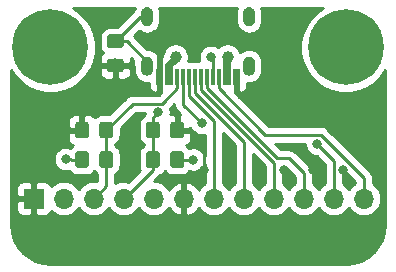
<source format=gbr>
G04 #@! TF.GenerationSoftware,KiCad,Pcbnew,(5.1.2-1)-1*
G04 #@! TF.CreationDate,2020-04-25T00:14:51+02:00*
G04 #@! TF.ProjectId,USB-C-USB-2.0,5553422d-432d-4555-9342-2d322e302e6b,rev?*
G04 #@! TF.SameCoordinates,Original*
G04 #@! TF.FileFunction,Copper,L1,Top*
G04 #@! TF.FilePolarity,Positive*
%FSLAX46Y46*%
G04 Gerber Fmt 4.6, Leading zero omitted, Abs format (unit mm)*
G04 Created by KiCad (PCBNEW (5.1.2-1)-1) date 2020-04-25 00:14:51*
%MOMM*%
%LPD*%
G04 APERTURE LIST*
%ADD10O,1.700000X1.700000*%
%ADD11R,1.700000X1.700000*%
%ADD12R,0.300000X1.450000*%
%ADD13C,0.100000*%
%ADD14C,1.000000*%
%ADD15C,6.400000*%
%ADD16C,0.800000*%
%ADD17C,1.150000*%
%ADD18C,0.250000*%
%ADD19C,0.300000*%
%ADD20C,0.254000*%
G04 APERTURE END LIST*
D10*
X68340000Y-77200000D03*
X65800000Y-77200000D03*
X63260000Y-77200000D03*
X60720000Y-77200000D03*
X58180000Y-77200000D03*
X55640000Y-77200000D03*
X53100000Y-77200000D03*
X50560000Y-77200000D03*
X48020000Y-77200000D03*
X45480000Y-77200000D03*
X42940000Y-77200000D03*
D11*
X40400000Y-77200000D03*
D12*
X57700000Y-66900000D03*
X56900000Y-66900000D03*
X56050000Y-66900000D03*
D13*
G36*
X58669010Y-61002408D02*
G01*
X58717546Y-61009607D01*
X58765143Y-61021530D01*
X58811343Y-61038060D01*
X58855699Y-61059039D01*
X58897786Y-61084265D01*
X58937198Y-61113495D01*
X58973554Y-61146447D01*
X59006506Y-61182803D01*
X59035736Y-61222215D01*
X59060962Y-61264302D01*
X59081941Y-61308658D01*
X59098471Y-61354858D01*
X59110394Y-61402455D01*
X59117593Y-61450991D01*
X59120001Y-61500000D01*
X59120001Y-62100000D01*
X59117593Y-62149009D01*
X59110394Y-62197545D01*
X59098471Y-62245142D01*
X59081941Y-62291342D01*
X59060962Y-62335698D01*
X59035736Y-62377785D01*
X59006506Y-62417197D01*
X58973554Y-62453553D01*
X58937198Y-62486505D01*
X58897786Y-62515735D01*
X58855699Y-62540961D01*
X58811343Y-62561940D01*
X58765143Y-62578470D01*
X58717546Y-62590393D01*
X58669010Y-62597592D01*
X58620001Y-62600000D01*
X58619999Y-62600000D01*
X58570990Y-62597592D01*
X58522454Y-62590393D01*
X58474857Y-62578470D01*
X58428657Y-62561940D01*
X58384301Y-62540961D01*
X58342214Y-62515735D01*
X58302802Y-62486505D01*
X58266446Y-62453553D01*
X58233494Y-62417197D01*
X58204264Y-62377785D01*
X58179038Y-62335698D01*
X58158059Y-62291342D01*
X58141529Y-62245142D01*
X58129606Y-62197545D01*
X58122407Y-62149009D01*
X58119999Y-62100000D01*
X58119999Y-61500000D01*
X58122407Y-61450991D01*
X58129606Y-61402455D01*
X58141529Y-61354858D01*
X58158059Y-61308658D01*
X58179038Y-61264302D01*
X58204264Y-61222215D01*
X58233494Y-61182803D01*
X58266446Y-61146447D01*
X58302802Y-61113495D01*
X58342214Y-61084265D01*
X58384301Y-61059039D01*
X58428657Y-61038060D01*
X58474857Y-61021530D01*
X58522454Y-61009607D01*
X58570990Y-61002408D01*
X58619999Y-61000000D01*
X58620001Y-61000000D01*
X58669010Y-61002408D01*
X58669010Y-61002408D01*
G37*
D14*
X58620000Y-61800000D03*
D13*
G36*
X50029010Y-61002408D02*
G01*
X50077546Y-61009607D01*
X50125143Y-61021530D01*
X50171343Y-61038060D01*
X50215699Y-61059039D01*
X50257786Y-61084265D01*
X50297198Y-61113495D01*
X50333554Y-61146447D01*
X50366506Y-61182803D01*
X50395736Y-61222215D01*
X50420962Y-61264302D01*
X50441941Y-61308658D01*
X50458471Y-61354858D01*
X50470394Y-61402455D01*
X50477593Y-61450991D01*
X50480001Y-61500000D01*
X50480001Y-62100000D01*
X50477593Y-62149009D01*
X50470394Y-62197545D01*
X50458471Y-62245142D01*
X50441941Y-62291342D01*
X50420962Y-62335698D01*
X50395736Y-62377785D01*
X50366506Y-62417197D01*
X50333554Y-62453553D01*
X50297198Y-62486505D01*
X50257786Y-62515735D01*
X50215699Y-62540961D01*
X50171343Y-62561940D01*
X50125143Y-62578470D01*
X50077546Y-62590393D01*
X50029010Y-62597592D01*
X49980001Y-62600000D01*
X49979999Y-62600000D01*
X49930990Y-62597592D01*
X49882454Y-62590393D01*
X49834857Y-62578470D01*
X49788657Y-62561940D01*
X49744301Y-62540961D01*
X49702214Y-62515735D01*
X49662802Y-62486505D01*
X49626446Y-62453553D01*
X49593494Y-62417197D01*
X49564264Y-62377785D01*
X49539038Y-62335698D01*
X49518059Y-62291342D01*
X49501529Y-62245142D01*
X49489606Y-62197545D01*
X49482407Y-62149009D01*
X49479999Y-62100000D01*
X49479999Y-61500000D01*
X49482407Y-61450991D01*
X49489606Y-61402455D01*
X49501529Y-61354858D01*
X49518059Y-61308658D01*
X49539038Y-61264302D01*
X49564264Y-61222215D01*
X49593494Y-61182803D01*
X49626446Y-61146447D01*
X49662802Y-61113495D01*
X49702214Y-61084265D01*
X49744301Y-61059039D01*
X49788657Y-61038060D01*
X49834857Y-61021530D01*
X49882454Y-61009607D01*
X49930990Y-61002408D01*
X49979999Y-61000000D01*
X49980001Y-61000000D01*
X50029010Y-61002408D01*
X50029010Y-61002408D01*
G37*
D14*
X49980000Y-61800000D03*
D13*
G36*
X50029010Y-65182408D02*
G01*
X50077546Y-65189607D01*
X50125143Y-65201530D01*
X50171343Y-65218060D01*
X50215699Y-65239039D01*
X50257786Y-65264265D01*
X50297198Y-65293495D01*
X50333554Y-65326447D01*
X50366506Y-65362803D01*
X50395736Y-65402215D01*
X50420962Y-65444302D01*
X50441941Y-65488658D01*
X50458471Y-65534858D01*
X50470394Y-65582455D01*
X50477593Y-65630991D01*
X50480001Y-65680000D01*
X50480001Y-66280000D01*
X50477593Y-66329009D01*
X50470394Y-66377545D01*
X50458471Y-66425142D01*
X50441941Y-66471342D01*
X50420962Y-66515698D01*
X50395736Y-66557785D01*
X50366506Y-66597197D01*
X50333554Y-66633553D01*
X50297198Y-66666505D01*
X50257786Y-66695735D01*
X50215699Y-66720961D01*
X50171343Y-66741940D01*
X50125143Y-66758470D01*
X50077546Y-66770393D01*
X50029010Y-66777592D01*
X49980001Y-66780000D01*
X49979999Y-66780000D01*
X49930990Y-66777592D01*
X49882454Y-66770393D01*
X49834857Y-66758470D01*
X49788657Y-66741940D01*
X49744301Y-66720961D01*
X49702214Y-66695735D01*
X49662802Y-66666505D01*
X49626446Y-66633553D01*
X49593494Y-66597197D01*
X49564264Y-66557785D01*
X49539038Y-66515698D01*
X49518059Y-66471342D01*
X49501529Y-66425142D01*
X49489606Y-66377545D01*
X49482407Y-66329009D01*
X49479999Y-66280000D01*
X49479999Y-65680000D01*
X49482407Y-65630991D01*
X49489606Y-65582455D01*
X49501529Y-65534858D01*
X49518059Y-65488658D01*
X49539038Y-65444302D01*
X49564264Y-65402215D01*
X49593494Y-65362803D01*
X49626446Y-65326447D01*
X49662802Y-65293495D01*
X49702214Y-65264265D01*
X49744301Y-65239039D01*
X49788657Y-65218060D01*
X49834857Y-65201530D01*
X49882454Y-65189607D01*
X49930990Y-65182408D01*
X49979999Y-65180000D01*
X49980001Y-65180000D01*
X50029010Y-65182408D01*
X50029010Y-65182408D01*
G37*
D14*
X49980000Y-65980000D03*
D13*
G36*
X58669010Y-65182408D02*
G01*
X58717546Y-65189607D01*
X58765143Y-65201530D01*
X58811343Y-65218060D01*
X58855699Y-65239039D01*
X58897786Y-65264265D01*
X58937198Y-65293495D01*
X58973554Y-65326447D01*
X59006506Y-65362803D01*
X59035736Y-65402215D01*
X59060962Y-65444302D01*
X59081941Y-65488658D01*
X59098471Y-65534858D01*
X59110394Y-65582455D01*
X59117593Y-65630991D01*
X59120001Y-65680000D01*
X59120001Y-66280000D01*
X59117593Y-66329009D01*
X59110394Y-66377545D01*
X59098471Y-66425142D01*
X59081941Y-66471342D01*
X59060962Y-66515698D01*
X59035736Y-66557785D01*
X59006506Y-66597197D01*
X58973554Y-66633553D01*
X58937198Y-66666505D01*
X58897786Y-66695735D01*
X58855699Y-66720961D01*
X58811343Y-66741940D01*
X58765143Y-66758470D01*
X58717546Y-66770393D01*
X58669010Y-66777592D01*
X58620001Y-66780000D01*
X58619999Y-66780000D01*
X58570990Y-66777592D01*
X58522454Y-66770393D01*
X58474857Y-66758470D01*
X58428657Y-66741940D01*
X58384301Y-66720961D01*
X58342214Y-66695735D01*
X58302802Y-66666505D01*
X58266446Y-66633553D01*
X58233494Y-66597197D01*
X58204264Y-66557785D01*
X58179038Y-66515698D01*
X58158059Y-66471342D01*
X58141529Y-66425142D01*
X58129606Y-66377545D01*
X58122407Y-66329009D01*
X58119999Y-66280000D01*
X58119999Y-65680000D01*
X58122407Y-65630991D01*
X58129606Y-65582455D01*
X58141529Y-65534858D01*
X58158059Y-65488658D01*
X58179038Y-65444302D01*
X58204264Y-65402215D01*
X58233494Y-65362803D01*
X58266446Y-65326447D01*
X58302802Y-65293495D01*
X58342214Y-65264265D01*
X58384301Y-65239039D01*
X58428657Y-65218060D01*
X58474857Y-65201530D01*
X58522454Y-65189607D01*
X58570990Y-65182408D01*
X58619999Y-65180000D01*
X58620001Y-65180000D01*
X58669010Y-65182408D01*
X58669010Y-65182408D01*
G37*
D14*
X58620000Y-65980000D03*
D12*
X57400000Y-66900000D03*
X56600000Y-66900000D03*
X55550000Y-66900000D03*
X52550000Y-66900000D03*
X51700000Y-66900000D03*
X50900000Y-66900000D03*
X51200000Y-66900000D03*
X52000000Y-66900000D03*
X53050000Y-66900000D03*
X53550000Y-66900000D03*
X54050000Y-66900000D03*
X54550000Y-66900000D03*
X55050000Y-66900000D03*
D15*
X66800000Y-64400000D03*
D16*
X43497056Y-62702944D03*
X41800000Y-62000000D03*
X40102944Y-62702944D03*
X39400000Y-64400000D03*
X40102944Y-66097056D03*
X41800000Y-66800000D03*
X43497056Y-66097056D03*
X44200000Y-64400000D03*
D15*
X41800000Y-64400000D03*
D13*
G36*
X44824505Y-70701204D02*
G01*
X44848773Y-70704804D01*
X44872572Y-70710765D01*
X44895671Y-70719030D01*
X44917850Y-70729520D01*
X44938893Y-70742132D01*
X44958599Y-70756747D01*
X44976777Y-70773223D01*
X44993253Y-70791401D01*
X45007868Y-70811107D01*
X45020480Y-70832150D01*
X45030970Y-70854329D01*
X45039235Y-70877428D01*
X45045196Y-70901227D01*
X45048796Y-70925495D01*
X45050000Y-70949999D01*
X45050000Y-71850001D01*
X45048796Y-71874505D01*
X45045196Y-71898773D01*
X45039235Y-71922572D01*
X45030970Y-71945671D01*
X45020480Y-71967850D01*
X45007868Y-71988893D01*
X44993253Y-72008599D01*
X44976777Y-72026777D01*
X44958599Y-72043253D01*
X44938893Y-72057868D01*
X44917850Y-72070480D01*
X44895671Y-72080970D01*
X44872572Y-72089235D01*
X44848773Y-72095196D01*
X44824505Y-72098796D01*
X44800001Y-72100000D01*
X44149999Y-72100000D01*
X44125495Y-72098796D01*
X44101227Y-72095196D01*
X44077428Y-72089235D01*
X44054329Y-72080970D01*
X44032150Y-72070480D01*
X44011107Y-72057868D01*
X43991401Y-72043253D01*
X43973223Y-72026777D01*
X43956747Y-72008599D01*
X43942132Y-71988893D01*
X43929520Y-71967850D01*
X43919030Y-71945671D01*
X43910765Y-71922572D01*
X43904804Y-71898773D01*
X43901204Y-71874505D01*
X43900000Y-71850001D01*
X43900000Y-70949999D01*
X43901204Y-70925495D01*
X43904804Y-70901227D01*
X43910765Y-70877428D01*
X43919030Y-70854329D01*
X43929520Y-70832150D01*
X43942132Y-70811107D01*
X43956747Y-70791401D01*
X43973223Y-70773223D01*
X43991401Y-70756747D01*
X44011107Y-70742132D01*
X44032150Y-70729520D01*
X44054329Y-70719030D01*
X44077428Y-70710765D01*
X44101227Y-70704804D01*
X44125495Y-70701204D01*
X44149999Y-70700000D01*
X44800001Y-70700000D01*
X44824505Y-70701204D01*
X44824505Y-70701204D01*
G37*
D17*
X44475000Y-71400000D03*
D13*
G36*
X46874505Y-70701204D02*
G01*
X46898773Y-70704804D01*
X46922572Y-70710765D01*
X46945671Y-70719030D01*
X46967850Y-70729520D01*
X46988893Y-70742132D01*
X47008599Y-70756747D01*
X47026777Y-70773223D01*
X47043253Y-70791401D01*
X47057868Y-70811107D01*
X47070480Y-70832150D01*
X47080970Y-70854329D01*
X47089235Y-70877428D01*
X47095196Y-70901227D01*
X47098796Y-70925495D01*
X47100000Y-70949999D01*
X47100000Y-71850001D01*
X47098796Y-71874505D01*
X47095196Y-71898773D01*
X47089235Y-71922572D01*
X47080970Y-71945671D01*
X47070480Y-71967850D01*
X47057868Y-71988893D01*
X47043253Y-72008599D01*
X47026777Y-72026777D01*
X47008599Y-72043253D01*
X46988893Y-72057868D01*
X46967850Y-72070480D01*
X46945671Y-72080970D01*
X46922572Y-72089235D01*
X46898773Y-72095196D01*
X46874505Y-72098796D01*
X46850001Y-72100000D01*
X46199999Y-72100000D01*
X46175495Y-72098796D01*
X46151227Y-72095196D01*
X46127428Y-72089235D01*
X46104329Y-72080970D01*
X46082150Y-72070480D01*
X46061107Y-72057868D01*
X46041401Y-72043253D01*
X46023223Y-72026777D01*
X46006747Y-72008599D01*
X45992132Y-71988893D01*
X45979520Y-71967850D01*
X45969030Y-71945671D01*
X45960765Y-71922572D01*
X45954804Y-71898773D01*
X45951204Y-71874505D01*
X45950000Y-71850001D01*
X45950000Y-70949999D01*
X45951204Y-70925495D01*
X45954804Y-70901227D01*
X45960765Y-70877428D01*
X45969030Y-70854329D01*
X45979520Y-70832150D01*
X45992132Y-70811107D01*
X46006747Y-70791401D01*
X46023223Y-70773223D01*
X46041401Y-70756747D01*
X46061107Y-70742132D01*
X46082150Y-70729520D01*
X46104329Y-70719030D01*
X46127428Y-70710765D01*
X46151227Y-70704804D01*
X46175495Y-70701204D01*
X46199999Y-70700000D01*
X46850001Y-70700000D01*
X46874505Y-70701204D01*
X46874505Y-70701204D01*
G37*
D17*
X46525000Y-71400000D03*
D13*
G36*
X52874505Y-70701204D02*
G01*
X52898773Y-70704804D01*
X52922572Y-70710765D01*
X52945671Y-70719030D01*
X52967850Y-70729520D01*
X52988893Y-70742132D01*
X53008599Y-70756747D01*
X53026777Y-70773223D01*
X53043253Y-70791401D01*
X53057868Y-70811107D01*
X53070480Y-70832150D01*
X53080970Y-70854329D01*
X53089235Y-70877428D01*
X53095196Y-70901227D01*
X53098796Y-70925495D01*
X53100000Y-70949999D01*
X53100000Y-71850001D01*
X53098796Y-71874505D01*
X53095196Y-71898773D01*
X53089235Y-71922572D01*
X53080970Y-71945671D01*
X53070480Y-71967850D01*
X53057868Y-71988893D01*
X53043253Y-72008599D01*
X53026777Y-72026777D01*
X53008599Y-72043253D01*
X52988893Y-72057868D01*
X52967850Y-72070480D01*
X52945671Y-72080970D01*
X52922572Y-72089235D01*
X52898773Y-72095196D01*
X52874505Y-72098796D01*
X52850001Y-72100000D01*
X52199999Y-72100000D01*
X52175495Y-72098796D01*
X52151227Y-72095196D01*
X52127428Y-72089235D01*
X52104329Y-72080970D01*
X52082150Y-72070480D01*
X52061107Y-72057868D01*
X52041401Y-72043253D01*
X52023223Y-72026777D01*
X52006747Y-72008599D01*
X51992132Y-71988893D01*
X51979520Y-71967850D01*
X51969030Y-71945671D01*
X51960765Y-71922572D01*
X51954804Y-71898773D01*
X51951204Y-71874505D01*
X51950000Y-71850001D01*
X51950000Y-70949999D01*
X51951204Y-70925495D01*
X51954804Y-70901227D01*
X51960765Y-70877428D01*
X51969030Y-70854329D01*
X51979520Y-70832150D01*
X51992132Y-70811107D01*
X52006747Y-70791401D01*
X52023223Y-70773223D01*
X52041401Y-70756747D01*
X52061107Y-70742132D01*
X52082150Y-70729520D01*
X52104329Y-70719030D01*
X52127428Y-70710765D01*
X52151227Y-70704804D01*
X52175495Y-70701204D01*
X52199999Y-70700000D01*
X52850001Y-70700000D01*
X52874505Y-70701204D01*
X52874505Y-70701204D01*
G37*
D17*
X52525000Y-71400000D03*
D13*
G36*
X50824505Y-70701204D02*
G01*
X50848773Y-70704804D01*
X50872572Y-70710765D01*
X50895671Y-70719030D01*
X50917850Y-70729520D01*
X50938893Y-70742132D01*
X50958599Y-70756747D01*
X50976777Y-70773223D01*
X50993253Y-70791401D01*
X51007868Y-70811107D01*
X51020480Y-70832150D01*
X51030970Y-70854329D01*
X51039235Y-70877428D01*
X51045196Y-70901227D01*
X51048796Y-70925495D01*
X51050000Y-70949999D01*
X51050000Y-71850001D01*
X51048796Y-71874505D01*
X51045196Y-71898773D01*
X51039235Y-71922572D01*
X51030970Y-71945671D01*
X51020480Y-71967850D01*
X51007868Y-71988893D01*
X50993253Y-72008599D01*
X50976777Y-72026777D01*
X50958599Y-72043253D01*
X50938893Y-72057868D01*
X50917850Y-72070480D01*
X50895671Y-72080970D01*
X50872572Y-72089235D01*
X50848773Y-72095196D01*
X50824505Y-72098796D01*
X50800001Y-72100000D01*
X50149999Y-72100000D01*
X50125495Y-72098796D01*
X50101227Y-72095196D01*
X50077428Y-72089235D01*
X50054329Y-72080970D01*
X50032150Y-72070480D01*
X50011107Y-72057868D01*
X49991401Y-72043253D01*
X49973223Y-72026777D01*
X49956747Y-72008599D01*
X49942132Y-71988893D01*
X49929520Y-71967850D01*
X49919030Y-71945671D01*
X49910765Y-71922572D01*
X49904804Y-71898773D01*
X49901204Y-71874505D01*
X49900000Y-71850001D01*
X49900000Y-70949999D01*
X49901204Y-70925495D01*
X49904804Y-70901227D01*
X49910765Y-70877428D01*
X49919030Y-70854329D01*
X49929520Y-70832150D01*
X49942132Y-70811107D01*
X49956747Y-70791401D01*
X49973223Y-70773223D01*
X49991401Y-70756747D01*
X50011107Y-70742132D01*
X50032150Y-70729520D01*
X50054329Y-70719030D01*
X50077428Y-70710765D01*
X50101227Y-70704804D01*
X50125495Y-70701204D01*
X50149999Y-70700000D01*
X50800001Y-70700000D01*
X50824505Y-70701204D01*
X50824505Y-70701204D01*
G37*
D17*
X50475000Y-71400000D03*
D13*
G36*
X47774505Y-63301204D02*
G01*
X47798773Y-63304804D01*
X47822572Y-63310765D01*
X47845671Y-63319030D01*
X47867850Y-63329520D01*
X47888893Y-63342132D01*
X47908599Y-63356747D01*
X47926777Y-63373223D01*
X47943253Y-63391401D01*
X47957868Y-63411107D01*
X47970480Y-63432150D01*
X47980970Y-63454329D01*
X47989235Y-63477428D01*
X47995196Y-63501227D01*
X47998796Y-63525495D01*
X48000000Y-63549999D01*
X48000000Y-64200001D01*
X47998796Y-64224505D01*
X47995196Y-64248773D01*
X47989235Y-64272572D01*
X47980970Y-64295671D01*
X47970480Y-64317850D01*
X47957868Y-64338893D01*
X47943253Y-64358599D01*
X47926777Y-64376777D01*
X47908599Y-64393253D01*
X47888893Y-64407868D01*
X47867850Y-64420480D01*
X47845671Y-64430970D01*
X47822572Y-64439235D01*
X47798773Y-64445196D01*
X47774505Y-64448796D01*
X47750001Y-64450000D01*
X46849999Y-64450000D01*
X46825495Y-64448796D01*
X46801227Y-64445196D01*
X46777428Y-64439235D01*
X46754329Y-64430970D01*
X46732150Y-64420480D01*
X46711107Y-64407868D01*
X46691401Y-64393253D01*
X46673223Y-64376777D01*
X46656747Y-64358599D01*
X46642132Y-64338893D01*
X46629520Y-64317850D01*
X46619030Y-64295671D01*
X46610765Y-64272572D01*
X46604804Y-64248773D01*
X46601204Y-64224505D01*
X46600000Y-64200001D01*
X46600000Y-63549999D01*
X46601204Y-63525495D01*
X46604804Y-63501227D01*
X46610765Y-63477428D01*
X46619030Y-63454329D01*
X46629520Y-63432150D01*
X46642132Y-63411107D01*
X46656747Y-63391401D01*
X46673223Y-63373223D01*
X46691401Y-63356747D01*
X46711107Y-63342132D01*
X46732150Y-63329520D01*
X46754329Y-63319030D01*
X46777428Y-63310765D01*
X46801227Y-63304804D01*
X46825495Y-63301204D01*
X46849999Y-63300000D01*
X47750001Y-63300000D01*
X47774505Y-63301204D01*
X47774505Y-63301204D01*
G37*
D17*
X47300000Y-63875000D03*
D13*
G36*
X47774505Y-65351204D02*
G01*
X47798773Y-65354804D01*
X47822572Y-65360765D01*
X47845671Y-65369030D01*
X47867850Y-65379520D01*
X47888893Y-65392132D01*
X47908599Y-65406747D01*
X47926777Y-65423223D01*
X47943253Y-65441401D01*
X47957868Y-65461107D01*
X47970480Y-65482150D01*
X47980970Y-65504329D01*
X47989235Y-65527428D01*
X47995196Y-65551227D01*
X47998796Y-65575495D01*
X48000000Y-65599999D01*
X48000000Y-66250001D01*
X47998796Y-66274505D01*
X47995196Y-66298773D01*
X47989235Y-66322572D01*
X47980970Y-66345671D01*
X47970480Y-66367850D01*
X47957868Y-66388893D01*
X47943253Y-66408599D01*
X47926777Y-66426777D01*
X47908599Y-66443253D01*
X47888893Y-66457868D01*
X47867850Y-66470480D01*
X47845671Y-66480970D01*
X47822572Y-66489235D01*
X47798773Y-66495196D01*
X47774505Y-66498796D01*
X47750001Y-66500000D01*
X46849999Y-66500000D01*
X46825495Y-66498796D01*
X46801227Y-66495196D01*
X46777428Y-66489235D01*
X46754329Y-66480970D01*
X46732150Y-66470480D01*
X46711107Y-66457868D01*
X46691401Y-66443253D01*
X46673223Y-66426777D01*
X46656747Y-66408599D01*
X46642132Y-66388893D01*
X46629520Y-66367850D01*
X46619030Y-66345671D01*
X46610765Y-66322572D01*
X46604804Y-66298773D01*
X46601204Y-66274505D01*
X46600000Y-66250001D01*
X46600000Y-65599999D01*
X46601204Y-65575495D01*
X46604804Y-65551227D01*
X46610765Y-65527428D01*
X46619030Y-65504329D01*
X46629520Y-65482150D01*
X46642132Y-65461107D01*
X46656747Y-65441401D01*
X46673223Y-65423223D01*
X46691401Y-65406747D01*
X46711107Y-65392132D01*
X46732150Y-65379520D01*
X46754329Y-65369030D01*
X46777428Y-65360765D01*
X46801227Y-65354804D01*
X46825495Y-65351204D01*
X46849999Y-65350000D01*
X47750001Y-65350000D01*
X47774505Y-65351204D01*
X47774505Y-65351204D01*
G37*
D17*
X47300000Y-65925000D03*
D13*
G36*
X44824505Y-73201204D02*
G01*
X44848773Y-73204804D01*
X44872572Y-73210765D01*
X44895671Y-73219030D01*
X44917850Y-73229520D01*
X44938893Y-73242132D01*
X44958599Y-73256747D01*
X44976777Y-73273223D01*
X44993253Y-73291401D01*
X45007868Y-73311107D01*
X45020480Y-73332150D01*
X45030970Y-73354329D01*
X45039235Y-73377428D01*
X45045196Y-73401227D01*
X45048796Y-73425495D01*
X45050000Y-73449999D01*
X45050000Y-74350001D01*
X45048796Y-74374505D01*
X45045196Y-74398773D01*
X45039235Y-74422572D01*
X45030970Y-74445671D01*
X45020480Y-74467850D01*
X45007868Y-74488893D01*
X44993253Y-74508599D01*
X44976777Y-74526777D01*
X44958599Y-74543253D01*
X44938893Y-74557868D01*
X44917850Y-74570480D01*
X44895671Y-74580970D01*
X44872572Y-74589235D01*
X44848773Y-74595196D01*
X44824505Y-74598796D01*
X44800001Y-74600000D01*
X44149999Y-74600000D01*
X44125495Y-74598796D01*
X44101227Y-74595196D01*
X44077428Y-74589235D01*
X44054329Y-74580970D01*
X44032150Y-74570480D01*
X44011107Y-74557868D01*
X43991401Y-74543253D01*
X43973223Y-74526777D01*
X43956747Y-74508599D01*
X43942132Y-74488893D01*
X43929520Y-74467850D01*
X43919030Y-74445671D01*
X43910765Y-74422572D01*
X43904804Y-74398773D01*
X43901204Y-74374505D01*
X43900000Y-74350001D01*
X43900000Y-73449999D01*
X43901204Y-73425495D01*
X43904804Y-73401227D01*
X43910765Y-73377428D01*
X43919030Y-73354329D01*
X43929520Y-73332150D01*
X43942132Y-73311107D01*
X43956747Y-73291401D01*
X43973223Y-73273223D01*
X43991401Y-73256747D01*
X44011107Y-73242132D01*
X44032150Y-73229520D01*
X44054329Y-73219030D01*
X44077428Y-73210765D01*
X44101227Y-73204804D01*
X44125495Y-73201204D01*
X44149999Y-73200000D01*
X44800001Y-73200000D01*
X44824505Y-73201204D01*
X44824505Y-73201204D01*
G37*
D17*
X44475000Y-73900000D03*
D13*
G36*
X46874505Y-73201204D02*
G01*
X46898773Y-73204804D01*
X46922572Y-73210765D01*
X46945671Y-73219030D01*
X46967850Y-73229520D01*
X46988893Y-73242132D01*
X47008599Y-73256747D01*
X47026777Y-73273223D01*
X47043253Y-73291401D01*
X47057868Y-73311107D01*
X47070480Y-73332150D01*
X47080970Y-73354329D01*
X47089235Y-73377428D01*
X47095196Y-73401227D01*
X47098796Y-73425495D01*
X47100000Y-73449999D01*
X47100000Y-74350001D01*
X47098796Y-74374505D01*
X47095196Y-74398773D01*
X47089235Y-74422572D01*
X47080970Y-74445671D01*
X47070480Y-74467850D01*
X47057868Y-74488893D01*
X47043253Y-74508599D01*
X47026777Y-74526777D01*
X47008599Y-74543253D01*
X46988893Y-74557868D01*
X46967850Y-74570480D01*
X46945671Y-74580970D01*
X46922572Y-74589235D01*
X46898773Y-74595196D01*
X46874505Y-74598796D01*
X46850001Y-74600000D01*
X46199999Y-74600000D01*
X46175495Y-74598796D01*
X46151227Y-74595196D01*
X46127428Y-74589235D01*
X46104329Y-74580970D01*
X46082150Y-74570480D01*
X46061107Y-74557868D01*
X46041401Y-74543253D01*
X46023223Y-74526777D01*
X46006747Y-74508599D01*
X45992132Y-74488893D01*
X45979520Y-74467850D01*
X45969030Y-74445671D01*
X45960765Y-74422572D01*
X45954804Y-74398773D01*
X45951204Y-74374505D01*
X45950000Y-74350001D01*
X45950000Y-73449999D01*
X45951204Y-73425495D01*
X45954804Y-73401227D01*
X45960765Y-73377428D01*
X45969030Y-73354329D01*
X45979520Y-73332150D01*
X45992132Y-73311107D01*
X46006747Y-73291401D01*
X46023223Y-73273223D01*
X46041401Y-73256747D01*
X46061107Y-73242132D01*
X46082150Y-73229520D01*
X46104329Y-73219030D01*
X46127428Y-73210765D01*
X46151227Y-73204804D01*
X46175495Y-73201204D01*
X46199999Y-73200000D01*
X46850001Y-73200000D01*
X46874505Y-73201204D01*
X46874505Y-73201204D01*
G37*
D17*
X46525000Y-73900000D03*
D13*
G36*
X52874505Y-73201204D02*
G01*
X52898773Y-73204804D01*
X52922572Y-73210765D01*
X52945671Y-73219030D01*
X52967850Y-73229520D01*
X52988893Y-73242132D01*
X53008599Y-73256747D01*
X53026777Y-73273223D01*
X53043253Y-73291401D01*
X53057868Y-73311107D01*
X53070480Y-73332150D01*
X53080970Y-73354329D01*
X53089235Y-73377428D01*
X53095196Y-73401227D01*
X53098796Y-73425495D01*
X53100000Y-73449999D01*
X53100000Y-74350001D01*
X53098796Y-74374505D01*
X53095196Y-74398773D01*
X53089235Y-74422572D01*
X53080970Y-74445671D01*
X53070480Y-74467850D01*
X53057868Y-74488893D01*
X53043253Y-74508599D01*
X53026777Y-74526777D01*
X53008599Y-74543253D01*
X52988893Y-74557868D01*
X52967850Y-74570480D01*
X52945671Y-74580970D01*
X52922572Y-74589235D01*
X52898773Y-74595196D01*
X52874505Y-74598796D01*
X52850001Y-74600000D01*
X52199999Y-74600000D01*
X52175495Y-74598796D01*
X52151227Y-74595196D01*
X52127428Y-74589235D01*
X52104329Y-74580970D01*
X52082150Y-74570480D01*
X52061107Y-74557868D01*
X52041401Y-74543253D01*
X52023223Y-74526777D01*
X52006747Y-74508599D01*
X51992132Y-74488893D01*
X51979520Y-74467850D01*
X51969030Y-74445671D01*
X51960765Y-74422572D01*
X51954804Y-74398773D01*
X51951204Y-74374505D01*
X51950000Y-74350001D01*
X51950000Y-73449999D01*
X51951204Y-73425495D01*
X51954804Y-73401227D01*
X51960765Y-73377428D01*
X51969030Y-73354329D01*
X51979520Y-73332150D01*
X51992132Y-73311107D01*
X52006747Y-73291401D01*
X52023223Y-73273223D01*
X52041401Y-73256747D01*
X52061107Y-73242132D01*
X52082150Y-73229520D01*
X52104329Y-73219030D01*
X52127428Y-73210765D01*
X52151227Y-73204804D01*
X52175495Y-73201204D01*
X52199999Y-73200000D01*
X52850001Y-73200000D01*
X52874505Y-73201204D01*
X52874505Y-73201204D01*
G37*
D17*
X52525000Y-73900000D03*
D13*
G36*
X50824505Y-73201204D02*
G01*
X50848773Y-73204804D01*
X50872572Y-73210765D01*
X50895671Y-73219030D01*
X50917850Y-73229520D01*
X50938893Y-73242132D01*
X50958599Y-73256747D01*
X50976777Y-73273223D01*
X50993253Y-73291401D01*
X51007868Y-73311107D01*
X51020480Y-73332150D01*
X51030970Y-73354329D01*
X51039235Y-73377428D01*
X51045196Y-73401227D01*
X51048796Y-73425495D01*
X51050000Y-73449999D01*
X51050000Y-74350001D01*
X51048796Y-74374505D01*
X51045196Y-74398773D01*
X51039235Y-74422572D01*
X51030970Y-74445671D01*
X51020480Y-74467850D01*
X51007868Y-74488893D01*
X50993253Y-74508599D01*
X50976777Y-74526777D01*
X50958599Y-74543253D01*
X50938893Y-74557868D01*
X50917850Y-74570480D01*
X50895671Y-74580970D01*
X50872572Y-74589235D01*
X50848773Y-74595196D01*
X50824505Y-74598796D01*
X50800001Y-74600000D01*
X50149999Y-74600000D01*
X50125495Y-74598796D01*
X50101227Y-74595196D01*
X50077428Y-74589235D01*
X50054329Y-74580970D01*
X50032150Y-74570480D01*
X50011107Y-74557868D01*
X49991401Y-74543253D01*
X49973223Y-74526777D01*
X49956747Y-74508599D01*
X49942132Y-74488893D01*
X49929520Y-74467850D01*
X49919030Y-74445671D01*
X49910765Y-74422572D01*
X49904804Y-74398773D01*
X49901204Y-74374505D01*
X49900000Y-74350001D01*
X49900000Y-73449999D01*
X49901204Y-73425495D01*
X49904804Y-73401227D01*
X49910765Y-73377428D01*
X49919030Y-73354329D01*
X49929520Y-73332150D01*
X49942132Y-73311107D01*
X49956747Y-73291401D01*
X49973223Y-73273223D01*
X49991401Y-73256747D01*
X50011107Y-73242132D01*
X50032150Y-73229520D01*
X50054329Y-73219030D01*
X50077428Y-73210765D01*
X50101227Y-73204804D01*
X50125495Y-73201204D01*
X50149999Y-73200000D01*
X50800001Y-73200000D01*
X50824505Y-73201204D01*
X50824505Y-73201204D01*
G37*
D17*
X50475000Y-73900000D03*
D16*
X53900000Y-73900000D03*
X43100000Y-73850000D03*
D14*
X52400000Y-65200000D03*
X56800000Y-65200000D03*
D16*
X55400000Y-65200000D03*
X50941904Y-69887510D03*
X48800000Y-72200000D03*
X42600000Y-72200000D03*
X57000000Y-74800000D03*
X59400000Y-74800000D03*
X61600000Y-74800000D03*
X64000000Y-74800000D03*
X66600000Y-74800000D03*
X54800000Y-74800000D03*
X64400000Y-72600000D03*
X54600000Y-70800000D03*
D18*
X53000000Y-73900000D02*
X52525000Y-73900000D01*
X53900000Y-73900000D02*
X53000000Y-73900000D01*
X44000000Y-73900000D02*
X44475000Y-73900000D01*
X43100000Y-73850000D02*
X44000000Y-73900000D01*
D19*
X52000000Y-65600000D02*
X52400000Y-65200000D01*
X51700000Y-65900000D02*
X52400000Y-65200000D01*
X51700000Y-66900000D02*
X51700000Y-65900000D01*
D18*
X56600000Y-65400000D02*
X56400000Y-65200000D01*
D19*
X56600000Y-66900000D02*
X56600000Y-65400000D01*
D18*
X56800000Y-65600000D02*
X56800000Y-65200000D01*
X56800000Y-65600000D02*
X56400000Y-65200000D01*
X56900000Y-65300000D02*
X56800000Y-65200000D01*
D19*
X56900000Y-66900000D02*
X56900000Y-65300000D01*
X52000000Y-65925000D02*
X52125000Y-65800000D01*
X52000000Y-66900000D02*
X52000000Y-65925000D01*
X52125000Y-65800000D02*
X52200000Y-65800000D01*
X52400000Y-65600000D02*
X52400000Y-65200000D01*
X52200000Y-65800000D02*
X52400000Y-65600000D01*
D18*
X55550000Y-65350000D02*
X55400000Y-65200000D01*
X55550000Y-66900000D02*
X55550000Y-65350000D01*
X50475000Y-71400000D02*
X50475000Y-73900000D01*
X50475000Y-74745000D02*
X48020000Y-77200000D01*
X50475000Y-73900000D02*
X50475000Y-74745000D01*
X50475000Y-70354414D02*
X50941904Y-69887510D01*
X50475000Y-71400000D02*
X50475000Y-70354414D01*
X52550000Y-67875000D02*
X51425000Y-69000000D01*
X52550000Y-66900000D02*
X52550000Y-67875000D01*
X46525000Y-71400000D02*
X46525000Y-73900000D01*
X46525000Y-76155000D02*
X45480000Y-77200000D01*
X46525000Y-73900000D02*
X46525000Y-76155000D01*
X51425000Y-69000000D02*
X51400000Y-69000000D01*
X51237500Y-69162500D02*
X48762500Y-69162500D01*
X48762500Y-69162500D02*
X46525000Y-71400000D01*
X51400000Y-69000000D02*
X51237500Y-69162500D01*
X57700000Y-66900000D02*
X57700000Y-68300000D01*
X57400000Y-66900000D02*
X57400000Y-68200000D01*
X57400000Y-68200000D02*
X57800000Y-68600000D01*
X51200000Y-66900000D02*
X51200000Y-67875000D01*
X50900000Y-68100000D02*
X50800000Y-68200000D01*
X50900000Y-66900000D02*
X50900000Y-68100000D01*
X50900000Y-66900000D02*
X50900000Y-64900000D01*
X51200000Y-66900000D02*
X51200000Y-64400000D01*
X51200000Y-67875000D02*
X51200000Y-68200000D01*
X51200000Y-68200000D02*
X51000000Y-68400000D01*
X51000000Y-68400000D02*
X48000000Y-68400000D01*
X53100000Y-77200000D02*
X53100000Y-75900000D01*
X53100000Y-75900000D02*
X53800000Y-75200000D01*
X53800000Y-75200000D02*
X54600000Y-75200000D01*
X54600000Y-75200000D02*
X54800000Y-75000000D01*
X52525000Y-71400000D02*
X53600000Y-71400000D01*
X54200000Y-72000000D02*
X54200000Y-72200000D01*
X53600000Y-71400000D02*
X54200000Y-72000000D01*
X44475000Y-71400000D02*
X43000000Y-71400000D01*
X43000000Y-71800000D02*
X42600000Y-72200000D01*
X43000000Y-71400000D02*
X43000000Y-71800000D01*
X57400000Y-66900000D02*
X57400000Y-66600000D01*
X57400000Y-66600000D02*
X57700000Y-66900000D01*
X54800000Y-75000000D02*
X54800000Y-74800000D01*
X54800000Y-74800000D02*
X54800000Y-72400000D01*
X49980000Y-65600000D02*
X49525000Y-65600000D01*
X47300000Y-63875000D02*
X47325000Y-63875000D01*
X49400000Y-61800000D02*
X49980000Y-61800000D01*
X47325000Y-63875000D02*
X49400000Y-61800000D01*
X48255000Y-63875000D02*
X49980000Y-65600000D01*
X47300000Y-63875000D02*
X48255000Y-63875000D01*
X64673002Y-71800000D02*
X68340000Y-75466998D01*
X56050000Y-66900000D02*
X56050000Y-67875000D01*
X56050000Y-67875000D02*
X59975000Y-71800000D01*
X59975000Y-71800000D02*
X64673002Y-71800000D01*
X68340000Y-75466998D02*
X68340000Y-77200000D01*
X65800000Y-75526998D02*
X65800000Y-77200000D01*
X65800000Y-74000000D02*
X65800000Y-75526998D01*
X64400000Y-72600000D02*
X65800000Y-74000000D01*
X53050000Y-69250000D02*
X53050000Y-66900000D01*
X54600000Y-70800000D02*
X53050000Y-69250000D01*
X53550000Y-66900000D02*
X53550000Y-68550000D01*
X55640000Y-70640000D02*
X55640000Y-77200000D01*
X53550000Y-68550000D02*
X55640000Y-70640000D01*
X58180000Y-77200000D02*
X58180000Y-72380000D01*
X54050000Y-68250000D02*
X54050000Y-66900000D01*
X58180000Y-72380000D02*
X54050000Y-68250000D01*
X54550000Y-66900000D02*
X54550000Y-67986410D01*
X54550000Y-67986410D02*
X60720000Y-74156410D01*
X60720000Y-74156410D02*
X60720000Y-77200000D01*
X55050000Y-66900000D02*
X55074999Y-66924999D01*
X55074999Y-66924999D02*
X55074999Y-67874999D01*
X63260000Y-76060000D02*
X63260000Y-77051914D01*
X55074999Y-67874999D02*
X61000000Y-73800000D01*
X61000000Y-73800000D02*
X62000000Y-73800000D01*
X63260000Y-75060000D02*
X63260000Y-76060000D01*
X62000000Y-73800000D02*
X63260000Y-75060000D01*
D20*
G36*
X48928558Y-61064479D02*
G01*
X48872313Y-61249893D01*
X48859999Y-61259999D01*
X48836201Y-61288997D01*
X47463271Y-62661928D01*
X46849999Y-62661928D01*
X46676745Y-62678992D01*
X46510149Y-62729528D01*
X46356613Y-62811595D01*
X46222038Y-62922038D01*
X46111595Y-63056613D01*
X46029528Y-63210149D01*
X45978992Y-63376745D01*
X45961928Y-63549999D01*
X45961928Y-64200001D01*
X45978992Y-64373255D01*
X46029528Y-64539851D01*
X46111595Y-64693387D01*
X46222038Y-64827962D01*
X46228594Y-64833342D01*
X46148815Y-64898815D01*
X46069463Y-64995506D01*
X46010498Y-65105820D01*
X45974188Y-65225518D01*
X45961928Y-65350000D01*
X45965000Y-65639250D01*
X46123750Y-65798000D01*
X47173000Y-65798000D01*
X47173000Y-65778000D01*
X47427000Y-65778000D01*
X47427000Y-65798000D01*
X48476250Y-65798000D01*
X48635000Y-65639250D01*
X48638072Y-65350000D01*
X48636201Y-65331003D01*
X48774223Y-65469025D01*
X48761323Y-65600000D01*
X48775997Y-65748986D01*
X48819454Y-65892247D01*
X48841927Y-65934290D01*
X48841927Y-66280000D01*
X48863795Y-66502027D01*
X48928558Y-66715521D01*
X49033727Y-66912279D01*
X49175261Y-67084738D01*
X49347720Y-67226272D01*
X49544478Y-67331441D01*
X49757972Y-67396204D01*
X49979999Y-67418072D01*
X49980001Y-67418072D01*
X50113470Y-67404926D01*
X50112002Y-67615285D01*
X50122366Y-67739939D01*
X50156849Y-67860175D01*
X50214126Y-67971375D01*
X50291997Y-68069263D01*
X50387469Y-68150078D01*
X50496873Y-68210715D01*
X50616004Y-68248844D01*
X50718250Y-68260000D01*
X50777997Y-68200253D01*
X50796873Y-68210715D01*
X50916004Y-68248844D01*
X51018250Y-68260000D01*
X51050000Y-68228250D01*
X51072998Y-68251248D01*
X51072998Y-68260000D01*
X51090199Y-68260000D01*
X50996023Y-68354176D01*
X50975724Y-68365026D01*
X50930062Y-68402500D01*
X48799823Y-68402500D01*
X48762500Y-68398824D01*
X48725177Y-68402500D01*
X48725167Y-68402500D01*
X48613514Y-68413497D01*
X48470253Y-68456954D01*
X48338224Y-68527526D01*
X48222499Y-68622499D01*
X48198701Y-68651497D01*
X46788271Y-70061928D01*
X46199999Y-70061928D01*
X46026745Y-70078992D01*
X45860149Y-70129528D01*
X45706613Y-70211595D01*
X45572038Y-70322038D01*
X45566658Y-70328594D01*
X45501185Y-70248815D01*
X45404494Y-70169463D01*
X45294180Y-70110498D01*
X45174482Y-70074188D01*
X45050000Y-70061928D01*
X44760750Y-70065000D01*
X44602000Y-70223750D01*
X44602000Y-71273000D01*
X44622000Y-71273000D01*
X44622000Y-71527000D01*
X44602000Y-71527000D01*
X44602000Y-71547000D01*
X44348000Y-71547000D01*
X44348000Y-71527000D01*
X43423750Y-71527000D01*
X43265000Y-71685750D01*
X43261928Y-72100000D01*
X43274188Y-72224482D01*
X43310498Y-72344180D01*
X43369463Y-72454494D01*
X43448815Y-72551185D01*
X43545506Y-72630537D01*
X43655820Y-72689502D01*
X43682694Y-72697654D01*
X43656613Y-72711595D01*
X43522038Y-72822038D01*
X43471509Y-72883608D01*
X43401898Y-72854774D01*
X43201939Y-72815000D01*
X42998061Y-72815000D01*
X42798102Y-72854774D01*
X42609744Y-72932795D01*
X42440226Y-73046063D01*
X42296063Y-73190226D01*
X42182795Y-73359744D01*
X42104774Y-73548102D01*
X42065000Y-73748061D01*
X42065000Y-73951939D01*
X42104774Y-74151898D01*
X42182795Y-74340256D01*
X42296063Y-74509774D01*
X42440226Y-74653937D01*
X42609744Y-74767205D01*
X42798102Y-74845226D01*
X42998061Y-74885000D01*
X43201939Y-74885000D01*
X43401898Y-74845226D01*
X43410642Y-74841604D01*
X43411595Y-74843387D01*
X43522038Y-74977962D01*
X43656613Y-75088405D01*
X43810149Y-75170472D01*
X43976745Y-75221008D01*
X44149999Y-75238072D01*
X44800001Y-75238072D01*
X44973255Y-75221008D01*
X45139851Y-75170472D01*
X45293387Y-75088405D01*
X45427962Y-74977962D01*
X45500000Y-74890184D01*
X45572038Y-74977962D01*
X45706613Y-75088405D01*
X45765001Y-75119614D01*
X45765001Y-75735885D01*
X45552950Y-75715000D01*
X45407050Y-75715000D01*
X45188889Y-75736487D01*
X44908966Y-75821401D01*
X44650986Y-75959294D01*
X44424866Y-76144866D01*
X44239294Y-76370986D01*
X44210000Y-76425791D01*
X44180706Y-76370986D01*
X43995134Y-76144866D01*
X43769014Y-75959294D01*
X43511034Y-75821401D01*
X43231111Y-75736487D01*
X43012950Y-75715000D01*
X42867050Y-75715000D01*
X42648889Y-75736487D01*
X42368966Y-75821401D01*
X42110986Y-75959294D01*
X41884866Y-76144866D01*
X41860393Y-76174687D01*
X41839502Y-76105820D01*
X41780537Y-75995506D01*
X41701185Y-75898815D01*
X41604494Y-75819463D01*
X41494180Y-75760498D01*
X41374482Y-75724188D01*
X41250000Y-75711928D01*
X40685750Y-75715000D01*
X40527000Y-75873750D01*
X40527000Y-77073000D01*
X40547000Y-77073000D01*
X40547000Y-77327000D01*
X40527000Y-77327000D01*
X40527000Y-78526250D01*
X40685750Y-78685000D01*
X41250000Y-78688072D01*
X41374482Y-78675812D01*
X41494180Y-78639502D01*
X41604494Y-78580537D01*
X41701185Y-78501185D01*
X41780537Y-78404494D01*
X41839502Y-78294180D01*
X41860393Y-78225313D01*
X41884866Y-78255134D01*
X42110986Y-78440706D01*
X42368966Y-78578599D01*
X42648889Y-78663513D01*
X42867050Y-78685000D01*
X43012950Y-78685000D01*
X43231111Y-78663513D01*
X43511034Y-78578599D01*
X43769014Y-78440706D01*
X43995134Y-78255134D01*
X44180706Y-78029014D01*
X44210000Y-77974209D01*
X44239294Y-78029014D01*
X44424866Y-78255134D01*
X44650986Y-78440706D01*
X44908966Y-78578599D01*
X45188889Y-78663513D01*
X45407050Y-78685000D01*
X45552950Y-78685000D01*
X45771111Y-78663513D01*
X46051034Y-78578599D01*
X46309014Y-78440706D01*
X46535134Y-78255134D01*
X46720706Y-78029014D01*
X46750000Y-77974209D01*
X46779294Y-78029014D01*
X46964866Y-78255134D01*
X47190986Y-78440706D01*
X47448966Y-78578599D01*
X47728889Y-78663513D01*
X47947050Y-78685000D01*
X48092950Y-78685000D01*
X48311111Y-78663513D01*
X48591034Y-78578599D01*
X48849014Y-78440706D01*
X49075134Y-78255134D01*
X49260706Y-78029014D01*
X49290000Y-77974209D01*
X49319294Y-78029014D01*
X49504866Y-78255134D01*
X49730986Y-78440706D01*
X49988966Y-78578599D01*
X50268889Y-78663513D01*
X50487050Y-78685000D01*
X50632950Y-78685000D01*
X50851111Y-78663513D01*
X51131034Y-78578599D01*
X51389014Y-78440706D01*
X51615134Y-78255134D01*
X51800706Y-78029014D01*
X51835201Y-77964477D01*
X51904822Y-78081355D01*
X52099731Y-78297588D01*
X52333080Y-78471641D01*
X52595901Y-78596825D01*
X52743110Y-78641476D01*
X52973000Y-78520155D01*
X52973000Y-77327000D01*
X52953000Y-77327000D01*
X52953000Y-77073000D01*
X52973000Y-77073000D01*
X52973000Y-75879845D01*
X52743110Y-75758524D01*
X52595901Y-75803175D01*
X52333080Y-75928359D01*
X52099731Y-76102412D01*
X51904822Y-76318645D01*
X51835201Y-76435523D01*
X51800706Y-76370986D01*
X51615134Y-76144866D01*
X51389014Y-75959294D01*
X51131034Y-75821401D01*
X50851111Y-75736487D01*
X50632950Y-75715000D01*
X50579802Y-75715000D01*
X50986003Y-75308799D01*
X51015001Y-75285001D01*
X51098764Y-75182936D01*
X51139851Y-75170472D01*
X51293387Y-75088405D01*
X51427962Y-74977962D01*
X51500000Y-74890184D01*
X51572038Y-74977962D01*
X51706613Y-75088405D01*
X51860149Y-75170472D01*
X52026745Y-75221008D01*
X52199999Y-75238072D01*
X52850001Y-75238072D01*
X53023255Y-75221008D01*
X53189851Y-75170472D01*
X53343387Y-75088405D01*
X53477962Y-74977962D01*
X53559115Y-74879077D01*
X53598102Y-74895226D01*
X53798061Y-74935000D01*
X54001939Y-74935000D01*
X54201898Y-74895226D01*
X54390256Y-74817205D01*
X54559774Y-74703937D01*
X54703937Y-74559774D01*
X54817205Y-74390256D01*
X54880001Y-74238655D01*
X54880001Y-75922405D01*
X54810986Y-75959294D01*
X54584866Y-76144866D01*
X54399294Y-76370986D01*
X54364799Y-76435523D01*
X54295178Y-76318645D01*
X54100269Y-76102412D01*
X53866920Y-75928359D01*
X53604099Y-75803175D01*
X53456890Y-75758524D01*
X53227000Y-75879845D01*
X53227000Y-77073000D01*
X53247000Y-77073000D01*
X53247000Y-77327000D01*
X53227000Y-77327000D01*
X53227000Y-78520155D01*
X53456890Y-78641476D01*
X53604099Y-78596825D01*
X53866920Y-78471641D01*
X54100269Y-78297588D01*
X54295178Y-78081355D01*
X54364799Y-77964477D01*
X54399294Y-78029014D01*
X54584866Y-78255134D01*
X54810986Y-78440706D01*
X55068966Y-78578599D01*
X55348889Y-78663513D01*
X55567050Y-78685000D01*
X55712950Y-78685000D01*
X55931111Y-78663513D01*
X56211034Y-78578599D01*
X56469014Y-78440706D01*
X56695134Y-78255134D01*
X56880706Y-78029014D01*
X56910000Y-77974209D01*
X56939294Y-78029014D01*
X57124866Y-78255134D01*
X57350986Y-78440706D01*
X57608966Y-78578599D01*
X57888889Y-78663513D01*
X58107050Y-78685000D01*
X58252950Y-78685000D01*
X58471111Y-78663513D01*
X58751034Y-78578599D01*
X59009014Y-78440706D01*
X59235134Y-78255134D01*
X59420706Y-78029014D01*
X59450000Y-77974209D01*
X59479294Y-78029014D01*
X59664866Y-78255134D01*
X59890986Y-78440706D01*
X60148966Y-78578599D01*
X60428889Y-78663513D01*
X60647050Y-78685000D01*
X60792950Y-78685000D01*
X61011111Y-78663513D01*
X61291034Y-78578599D01*
X61549014Y-78440706D01*
X61775134Y-78255134D01*
X61960706Y-78029014D01*
X61990000Y-77974209D01*
X62019294Y-78029014D01*
X62204866Y-78255134D01*
X62430986Y-78440706D01*
X62688966Y-78578599D01*
X62968889Y-78663513D01*
X63187050Y-78685000D01*
X63332950Y-78685000D01*
X63551111Y-78663513D01*
X63831034Y-78578599D01*
X64089014Y-78440706D01*
X64315134Y-78255134D01*
X64500706Y-78029014D01*
X64530000Y-77974209D01*
X64559294Y-78029014D01*
X64744866Y-78255134D01*
X64970986Y-78440706D01*
X65228966Y-78578599D01*
X65508889Y-78663513D01*
X65727050Y-78685000D01*
X65872950Y-78685000D01*
X66091111Y-78663513D01*
X66371034Y-78578599D01*
X66629014Y-78440706D01*
X66855134Y-78255134D01*
X67040706Y-78029014D01*
X67070000Y-77974209D01*
X67099294Y-78029014D01*
X67284866Y-78255134D01*
X67510986Y-78440706D01*
X67768966Y-78578599D01*
X68048889Y-78663513D01*
X68267050Y-78685000D01*
X68412950Y-78685000D01*
X68631111Y-78663513D01*
X68911034Y-78578599D01*
X69169014Y-78440706D01*
X69395134Y-78255134D01*
X69580706Y-78029014D01*
X69718599Y-77771034D01*
X69803513Y-77491111D01*
X69832185Y-77200000D01*
X69803513Y-76908889D01*
X69718599Y-76628966D01*
X69580706Y-76370986D01*
X69395134Y-76144866D01*
X69169014Y-75959294D01*
X69100000Y-75922405D01*
X69100000Y-75504320D01*
X69103676Y-75466997D01*
X69100000Y-75429674D01*
X69100000Y-75429665D01*
X69089003Y-75318012D01*
X69045546Y-75174751D01*
X68974974Y-75042722D01*
X68880001Y-74926997D01*
X68851004Y-74903200D01*
X65236806Y-71289003D01*
X65213003Y-71259999D01*
X65097278Y-71165026D01*
X64965249Y-71094454D01*
X64821988Y-71050997D01*
X64710335Y-71040000D01*
X64710324Y-71040000D01*
X64673002Y-71036324D01*
X64635680Y-71040000D01*
X60289802Y-71040000D01*
X57509801Y-68260000D01*
X57527002Y-68260000D01*
X57527002Y-68251248D01*
X57550000Y-68228250D01*
X57581750Y-68260000D01*
X57683996Y-68248844D01*
X57803127Y-68210715D01*
X57822003Y-68200253D01*
X57881750Y-68260000D01*
X57983996Y-68248844D01*
X58103127Y-68210715D01*
X58212531Y-68150078D01*
X58308003Y-68069263D01*
X58385874Y-67971375D01*
X58443151Y-67860175D01*
X58477634Y-67739939D01*
X58487998Y-67615285D01*
X58486530Y-67404926D01*
X58619999Y-67418072D01*
X58620001Y-67418072D01*
X58842028Y-67396204D01*
X59055522Y-67331441D01*
X59252280Y-67226272D01*
X59424739Y-67084738D01*
X59566273Y-66912279D01*
X59671442Y-66715521D01*
X59736205Y-66502027D01*
X59758073Y-66280000D01*
X59758073Y-65680000D01*
X59736205Y-65457973D01*
X59671442Y-65244479D01*
X59566273Y-65047721D01*
X59424739Y-64875262D01*
X59252280Y-64733728D01*
X59055522Y-64628559D01*
X58842028Y-64563796D01*
X58620001Y-64541928D01*
X58619999Y-64541928D01*
X58397972Y-64563796D01*
X58184478Y-64628559D01*
X57987720Y-64733728D01*
X57874028Y-64827033D01*
X57805824Y-64662376D01*
X57681612Y-64476480D01*
X57523520Y-64318388D01*
X57337624Y-64194176D01*
X57131067Y-64108617D01*
X56911788Y-64065000D01*
X56688212Y-64065000D01*
X56468933Y-64108617D01*
X56262376Y-64194176D01*
X56076480Y-64318388D01*
X56023226Y-64371642D01*
X55890256Y-64282795D01*
X55701898Y-64204774D01*
X55501939Y-64165000D01*
X55298061Y-64165000D01*
X55098102Y-64204774D01*
X54909744Y-64282795D01*
X54740226Y-64396063D01*
X54596063Y-64540226D01*
X54482795Y-64709744D01*
X54404774Y-64898102D01*
X54365000Y-65098061D01*
X54365000Y-65301939D01*
X54404774Y-65501898D01*
X54419284Y-65536928D01*
X54400000Y-65536928D01*
X54300000Y-65546777D01*
X54200000Y-65536928D01*
X53900000Y-65536928D01*
X53800000Y-65546777D01*
X53700000Y-65536928D01*
X53488955Y-65536928D01*
X53491383Y-65531067D01*
X53535000Y-65311788D01*
X53535000Y-65088212D01*
X53491383Y-64868933D01*
X53405824Y-64662376D01*
X53281612Y-64476480D01*
X53123520Y-64318388D01*
X52937624Y-64194176D01*
X52731067Y-64108617D01*
X52511788Y-64065000D01*
X52288212Y-64065000D01*
X52068933Y-64108617D01*
X51862376Y-64194176D01*
X51676480Y-64318388D01*
X51518388Y-64476480D01*
X51394176Y-64662376D01*
X51308617Y-64868933D01*
X51265000Y-65088212D01*
X51265000Y-65224843D01*
X51172185Y-65317658D01*
X51142237Y-65342236D01*
X51117659Y-65372184D01*
X51117655Y-65372188D01*
X51084690Y-65412356D01*
X51082994Y-65414423D01*
X51031442Y-65244479D01*
X50926273Y-65047721D01*
X50784739Y-64875262D01*
X50612280Y-64733728D01*
X50415522Y-64628559D01*
X50202028Y-64563796D01*
X49998558Y-64543756D01*
X48864801Y-63410000D01*
X49282255Y-62992546D01*
X49347720Y-63046272D01*
X49544478Y-63151441D01*
X49757972Y-63216204D01*
X49979999Y-63238072D01*
X49980001Y-63238072D01*
X50202028Y-63216204D01*
X50415522Y-63151441D01*
X50612280Y-63046272D01*
X50784739Y-62904738D01*
X50926273Y-62732279D01*
X51031442Y-62535521D01*
X51096205Y-62322027D01*
X51118073Y-62100000D01*
X51118073Y-61500000D01*
X51096205Y-61277973D01*
X51031442Y-61064479D01*
X51029048Y-61060000D01*
X57570952Y-61060000D01*
X57568558Y-61064479D01*
X57503795Y-61277973D01*
X57481927Y-61500000D01*
X57481927Y-62100000D01*
X57503795Y-62322027D01*
X57568558Y-62535521D01*
X57673727Y-62732279D01*
X57815261Y-62904738D01*
X57987720Y-63046272D01*
X58184478Y-63151441D01*
X58397972Y-63216204D01*
X58619999Y-63238072D01*
X58620001Y-63238072D01*
X58842028Y-63216204D01*
X59055522Y-63151441D01*
X59252280Y-63046272D01*
X59424739Y-62904738D01*
X59566273Y-62732279D01*
X59671442Y-62535521D01*
X59736205Y-62322027D01*
X59758073Y-62100000D01*
X59758073Y-61500000D01*
X59736205Y-61277973D01*
X59671442Y-61064479D01*
X59669048Y-61060000D01*
X64895845Y-61060000D01*
X64355330Y-61421161D01*
X63821161Y-61955330D01*
X63401467Y-62583446D01*
X63112377Y-63281372D01*
X62965000Y-64022285D01*
X62965000Y-64777715D01*
X63112377Y-65518628D01*
X63401467Y-66216554D01*
X63821161Y-66844670D01*
X64355330Y-67378839D01*
X64983446Y-67798533D01*
X65681372Y-68087623D01*
X66422285Y-68235000D01*
X67177715Y-68235000D01*
X67918628Y-68087623D01*
X68616554Y-67798533D01*
X69244670Y-67378839D01*
X69778839Y-66844670D01*
X70140001Y-66304153D01*
X70140000Y-79367721D01*
X70073286Y-80048126D01*
X69885057Y-80671570D01*
X69579323Y-81246573D01*
X69167721Y-81751248D01*
X68665933Y-82166362D01*
X68093077Y-82476104D01*
X67470961Y-82668682D01*
X66792417Y-82740000D01*
X41832279Y-82740000D01*
X41151874Y-82673286D01*
X40528430Y-82485057D01*
X39953427Y-82179323D01*
X39448752Y-81767721D01*
X39033638Y-81265933D01*
X38723896Y-80693077D01*
X38531318Y-80070961D01*
X38460000Y-79392417D01*
X38460000Y-78050000D01*
X38911928Y-78050000D01*
X38924188Y-78174482D01*
X38960498Y-78294180D01*
X39019463Y-78404494D01*
X39098815Y-78501185D01*
X39195506Y-78580537D01*
X39305820Y-78639502D01*
X39425518Y-78675812D01*
X39550000Y-78688072D01*
X40114250Y-78685000D01*
X40273000Y-78526250D01*
X40273000Y-77327000D01*
X39073750Y-77327000D01*
X38915000Y-77485750D01*
X38911928Y-78050000D01*
X38460000Y-78050000D01*
X38460000Y-76350000D01*
X38911928Y-76350000D01*
X38915000Y-76914250D01*
X39073750Y-77073000D01*
X40273000Y-77073000D01*
X40273000Y-75873750D01*
X40114250Y-75715000D01*
X39550000Y-75711928D01*
X39425518Y-75724188D01*
X39305820Y-75760498D01*
X39195506Y-75819463D01*
X39098815Y-75898815D01*
X39019463Y-75995506D01*
X38960498Y-76105820D01*
X38924188Y-76225518D01*
X38911928Y-76350000D01*
X38460000Y-76350000D01*
X38460000Y-70700000D01*
X43261928Y-70700000D01*
X43265000Y-71114250D01*
X43423750Y-71273000D01*
X44348000Y-71273000D01*
X44348000Y-70223750D01*
X44189250Y-70065000D01*
X43900000Y-70061928D01*
X43775518Y-70074188D01*
X43655820Y-70110498D01*
X43545506Y-70169463D01*
X43448815Y-70248815D01*
X43369463Y-70345506D01*
X43310498Y-70455820D01*
X43274188Y-70575518D01*
X43261928Y-70700000D01*
X38460000Y-70700000D01*
X38460000Y-66304155D01*
X38821161Y-66844670D01*
X39355330Y-67378839D01*
X39983446Y-67798533D01*
X40681372Y-68087623D01*
X41422285Y-68235000D01*
X42177715Y-68235000D01*
X42918628Y-68087623D01*
X43616554Y-67798533D01*
X44244670Y-67378839D01*
X44778839Y-66844670D01*
X45009140Y-66500000D01*
X45961928Y-66500000D01*
X45974188Y-66624482D01*
X46010498Y-66744180D01*
X46069463Y-66854494D01*
X46148815Y-66951185D01*
X46245506Y-67030537D01*
X46355820Y-67089502D01*
X46475518Y-67125812D01*
X46600000Y-67138072D01*
X47014250Y-67135000D01*
X47173000Y-66976250D01*
X47173000Y-66052000D01*
X47427000Y-66052000D01*
X47427000Y-66976250D01*
X47585750Y-67135000D01*
X48000000Y-67138072D01*
X48124482Y-67125812D01*
X48244180Y-67089502D01*
X48354494Y-67030537D01*
X48451185Y-66951185D01*
X48530537Y-66854494D01*
X48589502Y-66744180D01*
X48625812Y-66624482D01*
X48638072Y-66500000D01*
X48635000Y-66210750D01*
X48476250Y-66052000D01*
X47427000Y-66052000D01*
X47173000Y-66052000D01*
X46123750Y-66052000D01*
X45965000Y-66210750D01*
X45961928Y-66500000D01*
X45009140Y-66500000D01*
X45198533Y-66216554D01*
X45487623Y-65518628D01*
X45635000Y-64777715D01*
X45635000Y-64022285D01*
X45487623Y-63281372D01*
X45198533Y-62583446D01*
X44778839Y-61955330D01*
X44244670Y-61421161D01*
X43704155Y-61060000D01*
X48930952Y-61060000D01*
X48928558Y-61064479D01*
X48928558Y-61064479D01*
G37*
X48928558Y-61064479D02*
X48872313Y-61249893D01*
X48859999Y-61259999D01*
X48836201Y-61288997D01*
X47463271Y-62661928D01*
X46849999Y-62661928D01*
X46676745Y-62678992D01*
X46510149Y-62729528D01*
X46356613Y-62811595D01*
X46222038Y-62922038D01*
X46111595Y-63056613D01*
X46029528Y-63210149D01*
X45978992Y-63376745D01*
X45961928Y-63549999D01*
X45961928Y-64200001D01*
X45978992Y-64373255D01*
X46029528Y-64539851D01*
X46111595Y-64693387D01*
X46222038Y-64827962D01*
X46228594Y-64833342D01*
X46148815Y-64898815D01*
X46069463Y-64995506D01*
X46010498Y-65105820D01*
X45974188Y-65225518D01*
X45961928Y-65350000D01*
X45965000Y-65639250D01*
X46123750Y-65798000D01*
X47173000Y-65798000D01*
X47173000Y-65778000D01*
X47427000Y-65778000D01*
X47427000Y-65798000D01*
X48476250Y-65798000D01*
X48635000Y-65639250D01*
X48638072Y-65350000D01*
X48636201Y-65331003D01*
X48774223Y-65469025D01*
X48761323Y-65600000D01*
X48775997Y-65748986D01*
X48819454Y-65892247D01*
X48841927Y-65934290D01*
X48841927Y-66280000D01*
X48863795Y-66502027D01*
X48928558Y-66715521D01*
X49033727Y-66912279D01*
X49175261Y-67084738D01*
X49347720Y-67226272D01*
X49544478Y-67331441D01*
X49757972Y-67396204D01*
X49979999Y-67418072D01*
X49980001Y-67418072D01*
X50113470Y-67404926D01*
X50112002Y-67615285D01*
X50122366Y-67739939D01*
X50156849Y-67860175D01*
X50214126Y-67971375D01*
X50291997Y-68069263D01*
X50387469Y-68150078D01*
X50496873Y-68210715D01*
X50616004Y-68248844D01*
X50718250Y-68260000D01*
X50777997Y-68200253D01*
X50796873Y-68210715D01*
X50916004Y-68248844D01*
X51018250Y-68260000D01*
X51050000Y-68228250D01*
X51072998Y-68251248D01*
X51072998Y-68260000D01*
X51090199Y-68260000D01*
X50996023Y-68354176D01*
X50975724Y-68365026D01*
X50930062Y-68402500D01*
X48799823Y-68402500D01*
X48762500Y-68398824D01*
X48725177Y-68402500D01*
X48725167Y-68402500D01*
X48613514Y-68413497D01*
X48470253Y-68456954D01*
X48338224Y-68527526D01*
X48222499Y-68622499D01*
X48198701Y-68651497D01*
X46788271Y-70061928D01*
X46199999Y-70061928D01*
X46026745Y-70078992D01*
X45860149Y-70129528D01*
X45706613Y-70211595D01*
X45572038Y-70322038D01*
X45566658Y-70328594D01*
X45501185Y-70248815D01*
X45404494Y-70169463D01*
X45294180Y-70110498D01*
X45174482Y-70074188D01*
X45050000Y-70061928D01*
X44760750Y-70065000D01*
X44602000Y-70223750D01*
X44602000Y-71273000D01*
X44622000Y-71273000D01*
X44622000Y-71527000D01*
X44602000Y-71527000D01*
X44602000Y-71547000D01*
X44348000Y-71547000D01*
X44348000Y-71527000D01*
X43423750Y-71527000D01*
X43265000Y-71685750D01*
X43261928Y-72100000D01*
X43274188Y-72224482D01*
X43310498Y-72344180D01*
X43369463Y-72454494D01*
X43448815Y-72551185D01*
X43545506Y-72630537D01*
X43655820Y-72689502D01*
X43682694Y-72697654D01*
X43656613Y-72711595D01*
X43522038Y-72822038D01*
X43471509Y-72883608D01*
X43401898Y-72854774D01*
X43201939Y-72815000D01*
X42998061Y-72815000D01*
X42798102Y-72854774D01*
X42609744Y-72932795D01*
X42440226Y-73046063D01*
X42296063Y-73190226D01*
X42182795Y-73359744D01*
X42104774Y-73548102D01*
X42065000Y-73748061D01*
X42065000Y-73951939D01*
X42104774Y-74151898D01*
X42182795Y-74340256D01*
X42296063Y-74509774D01*
X42440226Y-74653937D01*
X42609744Y-74767205D01*
X42798102Y-74845226D01*
X42998061Y-74885000D01*
X43201939Y-74885000D01*
X43401898Y-74845226D01*
X43410642Y-74841604D01*
X43411595Y-74843387D01*
X43522038Y-74977962D01*
X43656613Y-75088405D01*
X43810149Y-75170472D01*
X43976745Y-75221008D01*
X44149999Y-75238072D01*
X44800001Y-75238072D01*
X44973255Y-75221008D01*
X45139851Y-75170472D01*
X45293387Y-75088405D01*
X45427962Y-74977962D01*
X45500000Y-74890184D01*
X45572038Y-74977962D01*
X45706613Y-75088405D01*
X45765001Y-75119614D01*
X45765001Y-75735885D01*
X45552950Y-75715000D01*
X45407050Y-75715000D01*
X45188889Y-75736487D01*
X44908966Y-75821401D01*
X44650986Y-75959294D01*
X44424866Y-76144866D01*
X44239294Y-76370986D01*
X44210000Y-76425791D01*
X44180706Y-76370986D01*
X43995134Y-76144866D01*
X43769014Y-75959294D01*
X43511034Y-75821401D01*
X43231111Y-75736487D01*
X43012950Y-75715000D01*
X42867050Y-75715000D01*
X42648889Y-75736487D01*
X42368966Y-75821401D01*
X42110986Y-75959294D01*
X41884866Y-76144866D01*
X41860393Y-76174687D01*
X41839502Y-76105820D01*
X41780537Y-75995506D01*
X41701185Y-75898815D01*
X41604494Y-75819463D01*
X41494180Y-75760498D01*
X41374482Y-75724188D01*
X41250000Y-75711928D01*
X40685750Y-75715000D01*
X40527000Y-75873750D01*
X40527000Y-77073000D01*
X40547000Y-77073000D01*
X40547000Y-77327000D01*
X40527000Y-77327000D01*
X40527000Y-78526250D01*
X40685750Y-78685000D01*
X41250000Y-78688072D01*
X41374482Y-78675812D01*
X41494180Y-78639502D01*
X41604494Y-78580537D01*
X41701185Y-78501185D01*
X41780537Y-78404494D01*
X41839502Y-78294180D01*
X41860393Y-78225313D01*
X41884866Y-78255134D01*
X42110986Y-78440706D01*
X42368966Y-78578599D01*
X42648889Y-78663513D01*
X42867050Y-78685000D01*
X43012950Y-78685000D01*
X43231111Y-78663513D01*
X43511034Y-78578599D01*
X43769014Y-78440706D01*
X43995134Y-78255134D01*
X44180706Y-78029014D01*
X44210000Y-77974209D01*
X44239294Y-78029014D01*
X44424866Y-78255134D01*
X44650986Y-78440706D01*
X44908966Y-78578599D01*
X45188889Y-78663513D01*
X45407050Y-78685000D01*
X45552950Y-78685000D01*
X45771111Y-78663513D01*
X46051034Y-78578599D01*
X46309014Y-78440706D01*
X46535134Y-78255134D01*
X46720706Y-78029014D01*
X46750000Y-77974209D01*
X46779294Y-78029014D01*
X46964866Y-78255134D01*
X47190986Y-78440706D01*
X47448966Y-78578599D01*
X47728889Y-78663513D01*
X47947050Y-78685000D01*
X48092950Y-78685000D01*
X48311111Y-78663513D01*
X48591034Y-78578599D01*
X48849014Y-78440706D01*
X49075134Y-78255134D01*
X49260706Y-78029014D01*
X49290000Y-77974209D01*
X49319294Y-78029014D01*
X49504866Y-78255134D01*
X49730986Y-78440706D01*
X49988966Y-78578599D01*
X50268889Y-78663513D01*
X50487050Y-78685000D01*
X50632950Y-78685000D01*
X50851111Y-78663513D01*
X51131034Y-78578599D01*
X51389014Y-78440706D01*
X51615134Y-78255134D01*
X51800706Y-78029014D01*
X51835201Y-77964477D01*
X51904822Y-78081355D01*
X52099731Y-78297588D01*
X52333080Y-78471641D01*
X52595901Y-78596825D01*
X52743110Y-78641476D01*
X52973000Y-78520155D01*
X52973000Y-77327000D01*
X52953000Y-77327000D01*
X52953000Y-77073000D01*
X52973000Y-77073000D01*
X52973000Y-75879845D01*
X52743110Y-75758524D01*
X52595901Y-75803175D01*
X52333080Y-75928359D01*
X52099731Y-76102412D01*
X51904822Y-76318645D01*
X51835201Y-76435523D01*
X51800706Y-76370986D01*
X51615134Y-76144866D01*
X51389014Y-75959294D01*
X51131034Y-75821401D01*
X50851111Y-75736487D01*
X50632950Y-75715000D01*
X50579802Y-75715000D01*
X50986003Y-75308799D01*
X51015001Y-75285001D01*
X51098764Y-75182936D01*
X51139851Y-75170472D01*
X51293387Y-75088405D01*
X51427962Y-74977962D01*
X51500000Y-74890184D01*
X51572038Y-74977962D01*
X51706613Y-75088405D01*
X51860149Y-75170472D01*
X52026745Y-75221008D01*
X52199999Y-75238072D01*
X52850001Y-75238072D01*
X53023255Y-75221008D01*
X53189851Y-75170472D01*
X53343387Y-75088405D01*
X53477962Y-74977962D01*
X53559115Y-74879077D01*
X53598102Y-74895226D01*
X53798061Y-74935000D01*
X54001939Y-74935000D01*
X54201898Y-74895226D01*
X54390256Y-74817205D01*
X54559774Y-74703937D01*
X54703937Y-74559774D01*
X54817205Y-74390256D01*
X54880001Y-74238655D01*
X54880001Y-75922405D01*
X54810986Y-75959294D01*
X54584866Y-76144866D01*
X54399294Y-76370986D01*
X54364799Y-76435523D01*
X54295178Y-76318645D01*
X54100269Y-76102412D01*
X53866920Y-75928359D01*
X53604099Y-75803175D01*
X53456890Y-75758524D01*
X53227000Y-75879845D01*
X53227000Y-77073000D01*
X53247000Y-77073000D01*
X53247000Y-77327000D01*
X53227000Y-77327000D01*
X53227000Y-78520155D01*
X53456890Y-78641476D01*
X53604099Y-78596825D01*
X53866920Y-78471641D01*
X54100269Y-78297588D01*
X54295178Y-78081355D01*
X54364799Y-77964477D01*
X54399294Y-78029014D01*
X54584866Y-78255134D01*
X54810986Y-78440706D01*
X55068966Y-78578599D01*
X55348889Y-78663513D01*
X55567050Y-78685000D01*
X55712950Y-78685000D01*
X55931111Y-78663513D01*
X56211034Y-78578599D01*
X56469014Y-78440706D01*
X56695134Y-78255134D01*
X56880706Y-78029014D01*
X56910000Y-77974209D01*
X56939294Y-78029014D01*
X57124866Y-78255134D01*
X57350986Y-78440706D01*
X57608966Y-78578599D01*
X57888889Y-78663513D01*
X58107050Y-78685000D01*
X58252950Y-78685000D01*
X58471111Y-78663513D01*
X58751034Y-78578599D01*
X59009014Y-78440706D01*
X59235134Y-78255134D01*
X59420706Y-78029014D01*
X59450000Y-77974209D01*
X59479294Y-78029014D01*
X59664866Y-78255134D01*
X59890986Y-78440706D01*
X60148966Y-78578599D01*
X60428889Y-78663513D01*
X60647050Y-78685000D01*
X60792950Y-78685000D01*
X61011111Y-78663513D01*
X61291034Y-78578599D01*
X61549014Y-78440706D01*
X61775134Y-78255134D01*
X61960706Y-78029014D01*
X61990000Y-77974209D01*
X62019294Y-78029014D01*
X62204866Y-78255134D01*
X62430986Y-78440706D01*
X62688966Y-78578599D01*
X62968889Y-78663513D01*
X63187050Y-78685000D01*
X63332950Y-78685000D01*
X63551111Y-78663513D01*
X63831034Y-78578599D01*
X64089014Y-78440706D01*
X64315134Y-78255134D01*
X64500706Y-78029014D01*
X64530000Y-77974209D01*
X64559294Y-78029014D01*
X64744866Y-78255134D01*
X64970986Y-78440706D01*
X65228966Y-78578599D01*
X65508889Y-78663513D01*
X65727050Y-78685000D01*
X65872950Y-78685000D01*
X66091111Y-78663513D01*
X66371034Y-78578599D01*
X66629014Y-78440706D01*
X66855134Y-78255134D01*
X67040706Y-78029014D01*
X67070000Y-77974209D01*
X67099294Y-78029014D01*
X67284866Y-78255134D01*
X67510986Y-78440706D01*
X67768966Y-78578599D01*
X68048889Y-78663513D01*
X68267050Y-78685000D01*
X68412950Y-78685000D01*
X68631111Y-78663513D01*
X68911034Y-78578599D01*
X69169014Y-78440706D01*
X69395134Y-78255134D01*
X69580706Y-78029014D01*
X69718599Y-77771034D01*
X69803513Y-77491111D01*
X69832185Y-77200000D01*
X69803513Y-76908889D01*
X69718599Y-76628966D01*
X69580706Y-76370986D01*
X69395134Y-76144866D01*
X69169014Y-75959294D01*
X69100000Y-75922405D01*
X69100000Y-75504320D01*
X69103676Y-75466997D01*
X69100000Y-75429674D01*
X69100000Y-75429665D01*
X69089003Y-75318012D01*
X69045546Y-75174751D01*
X68974974Y-75042722D01*
X68880001Y-74926997D01*
X68851004Y-74903200D01*
X65236806Y-71289003D01*
X65213003Y-71259999D01*
X65097278Y-71165026D01*
X64965249Y-71094454D01*
X64821988Y-71050997D01*
X64710335Y-71040000D01*
X64710324Y-71040000D01*
X64673002Y-71036324D01*
X64635680Y-71040000D01*
X60289802Y-71040000D01*
X57509801Y-68260000D01*
X57527002Y-68260000D01*
X57527002Y-68251248D01*
X57550000Y-68228250D01*
X57581750Y-68260000D01*
X57683996Y-68248844D01*
X57803127Y-68210715D01*
X57822003Y-68200253D01*
X57881750Y-68260000D01*
X57983996Y-68248844D01*
X58103127Y-68210715D01*
X58212531Y-68150078D01*
X58308003Y-68069263D01*
X58385874Y-67971375D01*
X58443151Y-67860175D01*
X58477634Y-67739939D01*
X58487998Y-67615285D01*
X58486530Y-67404926D01*
X58619999Y-67418072D01*
X58620001Y-67418072D01*
X58842028Y-67396204D01*
X59055522Y-67331441D01*
X59252280Y-67226272D01*
X59424739Y-67084738D01*
X59566273Y-66912279D01*
X59671442Y-66715521D01*
X59736205Y-66502027D01*
X59758073Y-66280000D01*
X59758073Y-65680000D01*
X59736205Y-65457973D01*
X59671442Y-65244479D01*
X59566273Y-65047721D01*
X59424739Y-64875262D01*
X59252280Y-64733728D01*
X59055522Y-64628559D01*
X58842028Y-64563796D01*
X58620001Y-64541928D01*
X58619999Y-64541928D01*
X58397972Y-64563796D01*
X58184478Y-64628559D01*
X57987720Y-64733728D01*
X57874028Y-64827033D01*
X57805824Y-64662376D01*
X57681612Y-64476480D01*
X57523520Y-64318388D01*
X57337624Y-64194176D01*
X57131067Y-64108617D01*
X56911788Y-64065000D01*
X56688212Y-64065000D01*
X56468933Y-64108617D01*
X56262376Y-64194176D01*
X56076480Y-64318388D01*
X56023226Y-64371642D01*
X55890256Y-64282795D01*
X55701898Y-64204774D01*
X55501939Y-64165000D01*
X55298061Y-64165000D01*
X55098102Y-64204774D01*
X54909744Y-64282795D01*
X54740226Y-64396063D01*
X54596063Y-64540226D01*
X54482795Y-64709744D01*
X54404774Y-64898102D01*
X54365000Y-65098061D01*
X54365000Y-65301939D01*
X54404774Y-65501898D01*
X54419284Y-65536928D01*
X54400000Y-65536928D01*
X54300000Y-65546777D01*
X54200000Y-65536928D01*
X53900000Y-65536928D01*
X53800000Y-65546777D01*
X53700000Y-65536928D01*
X53488955Y-65536928D01*
X53491383Y-65531067D01*
X53535000Y-65311788D01*
X53535000Y-65088212D01*
X53491383Y-64868933D01*
X53405824Y-64662376D01*
X53281612Y-64476480D01*
X53123520Y-64318388D01*
X52937624Y-64194176D01*
X52731067Y-64108617D01*
X52511788Y-64065000D01*
X52288212Y-64065000D01*
X52068933Y-64108617D01*
X51862376Y-64194176D01*
X51676480Y-64318388D01*
X51518388Y-64476480D01*
X51394176Y-64662376D01*
X51308617Y-64868933D01*
X51265000Y-65088212D01*
X51265000Y-65224843D01*
X51172185Y-65317658D01*
X51142237Y-65342236D01*
X51117659Y-65372184D01*
X51117655Y-65372188D01*
X51084690Y-65412356D01*
X51082994Y-65414423D01*
X51031442Y-65244479D01*
X50926273Y-65047721D01*
X50784739Y-64875262D01*
X50612280Y-64733728D01*
X50415522Y-64628559D01*
X50202028Y-64563796D01*
X49998558Y-64543756D01*
X48864801Y-63410000D01*
X49282255Y-62992546D01*
X49347720Y-63046272D01*
X49544478Y-63151441D01*
X49757972Y-63216204D01*
X49979999Y-63238072D01*
X49980001Y-63238072D01*
X50202028Y-63216204D01*
X50415522Y-63151441D01*
X50612280Y-63046272D01*
X50784739Y-62904738D01*
X50926273Y-62732279D01*
X51031442Y-62535521D01*
X51096205Y-62322027D01*
X51118073Y-62100000D01*
X51118073Y-61500000D01*
X51096205Y-61277973D01*
X51031442Y-61064479D01*
X51029048Y-61060000D01*
X57570952Y-61060000D01*
X57568558Y-61064479D01*
X57503795Y-61277973D01*
X57481927Y-61500000D01*
X57481927Y-62100000D01*
X57503795Y-62322027D01*
X57568558Y-62535521D01*
X57673727Y-62732279D01*
X57815261Y-62904738D01*
X57987720Y-63046272D01*
X58184478Y-63151441D01*
X58397972Y-63216204D01*
X58619999Y-63238072D01*
X58620001Y-63238072D01*
X58842028Y-63216204D01*
X59055522Y-63151441D01*
X59252280Y-63046272D01*
X59424739Y-62904738D01*
X59566273Y-62732279D01*
X59671442Y-62535521D01*
X59736205Y-62322027D01*
X59758073Y-62100000D01*
X59758073Y-61500000D01*
X59736205Y-61277973D01*
X59671442Y-61064479D01*
X59669048Y-61060000D01*
X64895845Y-61060000D01*
X64355330Y-61421161D01*
X63821161Y-61955330D01*
X63401467Y-62583446D01*
X63112377Y-63281372D01*
X62965000Y-64022285D01*
X62965000Y-64777715D01*
X63112377Y-65518628D01*
X63401467Y-66216554D01*
X63821161Y-66844670D01*
X64355330Y-67378839D01*
X64983446Y-67798533D01*
X65681372Y-68087623D01*
X66422285Y-68235000D01*
X67177715Y-68235000D01*
X67918628Y-68087623D01*
X68616554Y-67798533D01*
X69244670Y-67378839D01*
X69778839Y-66844670D01*
X70140001Y-66304153D01*
X70140000Y-79367721D01*
X70073286Y-80048126D01*
X69885057Y-80671570D01*
X69579323Y-81246573D01*
X69167721Y-81751248D01*
X68665933Y-82166362D01*
X68093077Y-82476104D01*
X67470961Y-82668682D01*
X66792417Y-82740000D01*
X41832279Y-82740000D01*
X41151874Y-82673286D01*
X40528430Y-82485057D01*
X39953427Y-82179323D01*
X39448752Y-81767721D01*
X39033638Y-81265933D01*
X38723896Y-80693077D01*
X38531318Y-80070961D01*
X38460000Y-79392417D01*
X38460000Y-78050000D01*
X38911928Y-78050000D01*
X38924188Y-78174482D01*
X38960498Y-78294180D01*
X39019463Y-78404494D01*
X39098815Y-78501185D01*
X39195506Y-78580537D01*
X39305820Y-78639502D01*
X39425518Y-78675812D01*
X39550000Y-78688072D01*
X40114250Y-78685000D01*
X40273000Y-78526250D01*
X40273000Y-77327000D01*
X39073750Y-77327000D01*
X38915000Y-77485750D01*
X38911928Y-78050000D01*
X38460000Y-78050000D01*
X38460000Y-76350000D01*
X38911928Y-76350000D01*
X38915000Y-76914250D01*
X39073750Y-77073000D01*
X40273000Y-77073000D01*
X40273000Y-75873750D01*
X40114250Y-75715000D01*
X39550000Y-75711928D01*
X39425518Y-75724188D01*
X39305820Y-75760498D01*
X39195506Y-75819463D01*
X39098815Y-75898815D01*
X39019463Y-75995506D01*
X38960498Y-76105820D01*
X38924188Y-76225518D01*
X38911928Y-76350000D01*
X38460000Y-76350000D01*
X38460000Y-70700000D01*
X43261928Y-70700000D01*
X43265000Y-71114250D01*
X43423750Y-71273000D01*
X44348000Y-71273000D01*
X44348000Y-70223750D01*
X44189250Y-70065000D01*
X43900000Y-70061928D01*
X43775518Y-70074188D01*
X43655820Y-70110498D01*
X43545506Y-70169463D01*
X43448815Y-70248815D01*
X43369463Y-70345506D01*
X43310498Y-70455820D01*
X43274188Y-70575518D01*
X43261928Y-70700000D01*
X38460000Y-70700000D01*
X38460000Y-66304155D01*
X38821161Y-66844670D01*
X39355330Y-67378839D01*
X39983446Y-67798533D01*
X40681372Y-68087623D01*
X41422285Y-68235000D01*
X42177715Y-68235000D01*
X42918628Y-68087623D01*
X43616554Y-67798533D01*
X44244670Y-67378839D01*
X44778839Y-66844670D01*
X45009140Y-66500000D01*
X45961928Y-66500000D01*
X45974188Y-66624482D01*
X46010498Y-66744180D01*
X46069463Y-66854494D01*
X46148815Y-66951185D01*
X46245506Y-67030537D01*
X46355820Y-67089502D01*
X46475518Y-67125812D01*
X46600000Y-67138072D01*
X47014250Y-67135000D01*
X47173000Y-66976250D01*
X47173000Y-66052000D01*
X47427000Y-66052000D01*
X47427000Y-66976250D01*
X47585750Y-67135000D01*
X48000000Y-67138072D01*
X48124482Y-67125812D01*
X48244180Y-67089502D01*
X48354494Y-67030537D01*
X48451185Y-66951185D01*
X48530537Y-66854494D01*
X48589502Y-66744180D01*
X48625812Y-66624482D01*
X48638072Y-66500000D01*
X48635000Y-66210750D01*
X48476250Y-66052000D01*
X47427000Y-66052000D01*
X47173000Y-66052000D01*
X46123750Y-66052000D01*
X45965000Y-66210750D01*
X45961928Y-66500000D01*
X45009140Y-66500000D01*
X45198533Y-66216554D01*
X45487623Y-65518628D01*
X45635000Y-64777715D01*
X45635000Y-64022285D01*
X45487623Y-63281372D01*
X45198533Y-62583446D01*
X44778839Y-61955330D01*
X44244670Y-61421161D01*
X43704155Y-61060000D01*
X48930952Y-61060000D01*
X48928558Y-61064479D01*
G36*
X57420001Y-72694803D02*
G01*
X57420000Y-75922405D01*
X57350986Y-75959294D01*
X57124866Y-76144866D01*
X56939294Y-76370986D01*
X56910000Y-76425791D01*
X56880706Y-76370986D01*
X56695134Y-76144866D01*
X56469014Y-75959294D01*
X56400000Y-75922405D01*
X56400000Y-71674802D01*
X57420001Y-72694803D01*
X57420001Y-72694803D01*
G37*
X57420001Y-72694803D02*
X57420000Y-75922405D01*
X57350986Y-75959294D01*
X57124866Y-76144866D01*
X56939294Y-76370986D01*
X56910000Y-76425791D01*
X56880706Y-76370986D01*
X56695134Y-76144866D01*
X56469014Y-75959294D01*
X56400000Y-75922405D01*
X56400000Y-71674802D01*
X57420001Y-72694803D01*
G36*
X67580000Y-75781800D02*
G01*
X67580000Y-75922405D01*
X67510986Y-75959294D01*
X67284866Y-76144866D01*
X67099294Y-76370986D01*
X67070000Y-76425791D01*
X67040706Y-76370986D01*
X66855134Y-76144866D01*
X66629014Y-75959294D01*
X66560000Y-75922405D01*
X66560000Y-74761800D01*
X67580000Y-75781800D01*
X67580000Y-75781800D01*
G37*
X67580000Y-75781800D02*
X67580000Y-75922405D01*
X67510986Y-75959294D01*
X67284866Y-76144866D01*
X67099294Y-76370986D01*
X67070000Y-76425791D01*
X67040706Y-76370986D01*
X66855134Y-76144866D01*
X66629014Y-75959294D01*
X66560000Y-75922405D01*
X66560000Y-74761800D01*
X67580000Y-75781800D01*
G36*
X59960000Y-74471212D02*
G01*
X59960001Y-75922405D01*
X59890986Y-75959294D01*
X59664866Y-76144866D01*
X59479294Y-76370986D01*
X59450000Y-76425791D01*
X59420706Y-76370986D01*
X59235134Y-76144866D01*
X59009014Y-75959294D01*
X58940000Y-75922405D01*
X58940000Y-73451212D01*
X59960000Y-74471212D01*
X59960000Y-74471212D01*
G37*
X59960000Y-74471212D02*
X59960001Y-75922405D01*
X59890986Y-75959294D01*
X59664866Y-76144866D01*
X59479294Y-76370986D01*
X59450000Y-76425791D01*
X59420706Y-76370986D01*
X59235134Y-76144866D01*
X59009014Y-75959294D01*
X58940000Y-75922405D01*
X58940000Y-73451212D01*
X59960000Y-74471212D01*
G36*
X62500000Y-75374802D02*
G01*
X62500001Y-75922405D01*
X62430986Y-75959294D01*
X62204866Y-76144866D01*
X62019294Y-76370986D01*
X61990000Y-76425791D01*
X61960706Y-76370986D01*
X61775134Y-76144866D01*
X61549014Y-75959294D01*
X61480000Y-75922405D01*
X61480000Y-74560000D01*
X61685199Y-74560000D01*
X62500000Y-75374802D01*
X62500000Y-75374802D01*
G37*
X62500000Y-75374802D02*
X62500001Y-75922405D01*
X62430986Y-75959294D01*
X62204866Y-76144866D01*
X62019294Y-76370986D01*
X61990000Y-76425791D01*
X61960706Y-76370986D01*
X61775134Y-76144866D01*
X61549014Y-75959294D01*
X61480000Y-75922405D01*
X61480000Y-74560000D01*
X61685199Y-74560000D01*
X62500000Y-75374802D01*
G36*
X63365000Y-72701939D02*
G01*
X63404774Y-72901898D01*
X63482795Y-73090256D01*
X63596063Y-73259774D01*
X63740226Y-73403937D01*
X63909744Y-73517205D01*
X64098102Y-73595226D01*
X64298061Y-73635000D01*
X64360199Y-73635000D01*
X65040000Y-74314802D01*
X65040001Y-75489656D01*
X65040000Y-75489666D01*
X65040000Y-75922405D01*
X64970986Y-75959294D01*
X64744866Y-76144866D01*
X64559294Y-76370986D01*
X64530000Y-76425791D01*
X64500706Y-76370986D01*
X64315134Y-76144866D01*
X64089014Y-75959294D01*
X64020000Y-75922405D01*
X64020000Y-75097322D01*
X64023676Y-75059999D01*
X64020000Y-75022676D01*
X64020000Y-75022667D01*
X64009003Y-74911014D01*
X63965546Y-74767753D01*
X63940133Y-74720209D01*
X63894974Y-74635723D01*
X63823799Y-74548997D01*
X63800001Y-74519999D01*
X63771004Y-74496202D01*
X62563804Y-73289003D01*
X62540001Y-73259999D01*
X62424276Y-73165026D01*
X62292247Y-73094454D01*
X62148986Y-73050997D01*
X62037333Y-73040000D01*
X62037322Y-73040000D01*
X62000000Y-73036324D01*
X61962678Y-73040000D01*
X61314802Y-73040000D01*
X60834802Y-72560000D01*
X63365000Y-72560000D01*
X63365000Y-72701939D01*
X63365000Y-72701939D01*
G37*
X63365000Y-72701939D02*
X63404774Y-72901898D01*
X63482795Y-73090256D01*
X63596063Y-73259774D01*
X63740226Y-73403937D01*
X63909744Y-73517205D01*
X64098102Y-73595226D01*
X64298061Y-73635000D01*
X64360199Y-73635000D01*
X65040000Y-74314802D01*
X65040001Y-75489656D01*
X65040000Y-75489666D01*
X65040000Y-75922405D01*
X64970986Y-75959294D01*
X64744866Y-76144866D01*
X64559294Y-76370986D01*
X64530000Y-76425791D01*
X64500706Y-76370986D01*
X64315134Y-76144866D01*
X64089014Y-75959294D01*
X64020000Y-75922405D01*
X64020000Y-75097322D01*
X64023676Y-75059999D01*
X64020000Y-75022676D01*
X64020000Y-75022667D01*
X64009003Y-74911014D01*
X63965546Y-74767753D01*
X63940133Y-74720209D01*
X63894974Y-74635723D01*
X63823799Y-74548997D01*
X63800001Y-74519999D01*
X63771004Y-74496202D01*
X62563804Y-73289003D01*
X62540001Y-73259999D01*
X62424276Y-73165026D01*
X62292247Y-73094454D01*
X62148986Y-73050997D01*
X62037333Y-73040000D01*
X62037322Y-73040000D01*
X62000000Y-73036324D01*
X61962678Y-73040000D01*
X61314802Y-73040000D01*
X60834802Y-72560000D01*
X63365000Y-72560000D01*
X63365000Y-72701939D01*
G36*
X49840026Y-69930138D02*
G01*
X49769454Y-70062168D01*
X49745776Y-70140226D01*
X49737192Y-70168524D01*
X49656613Y-70211595D01*
X49522038Y-70322038D01*
X49411595Y-70456613D01*
X49329528Y-70610149D01*
X49278992Y-70776745D01*
X49261928Y-70949999D01*
X49261928Y-71850001D01*
X49278992Y-72023255D01*
X49329528Y-72189851D01*
X49411595Y-72343387D01*
X49522038Y-72477962D01*
X49656613Y-72588405D01*
X49715000Y-72619614D01*
X49715001Y-72680386D01*
X49656613Y-72711595D01*
X49522038Y-72822038D01*
X49411595Y-72956613D01*
X49329528Y-73110149D01*
X49278992Y-73276745D01*
X49261928Y-73449999D01*
X49261928Y-74350001D01*
X49278992Y-74523255D01*
X49329528Y-74689851D01*
X49373354Y-74771844D01*
X48385996Y-75759203D01*
X48311111Y-75736487D01*
X48092950Y-75715000D01*
X47947050Y-75715000D01*
X47728889Y-75736487D01*
X47448966Y-75821401D01*
X47285000Y-75909043D01*
X47285000Y-75119614D01*
X47343387Y-75088405D01*
X47477962Y-74977962D01*
X47588405Y-74843387D01*
X47670472Y-74689851D01*
X47721008Y-74523255D01*
X47738072Y-74350001D01*
X47738072Y-73449999D01*
X47721008Y-73276745D01*
X47670472Y-73110149D01*
X47588405Y-72956613D01*
X47477962Y-72822038D01*
X47343387Y-72711595D01*
X47285000Y-72680386D01*
X47285000Y-72619614D01*
X47343387Y-72588405D01*
X47477962Y-72477962D01*
X47588405Y-72343387D01*
X47670472Y-72189851D01*
X47721008Y-72023255D01*
X47738072Y-71850001D01*
X47738072Y-71261729D01*
X49077302Y-69922500D01*
X49846294Y-69922500D01*
X49840026Y-69930138D01*
X49840026Y-69930138D01*
G37*
X49840026Y-69930138D02*
X49769454Y-70062168D01*
X49745776Y-70140226D01*
X49737192Y-70168524D01*
X49656613Y-70211595D01*
X49522038Y-70322038D01*
X49411595Y-70456613D01*
X49329528Y-70610149D01*
X49278992Y-70776745D01*
X49261928Y-70949999D01*
X49261928Y-71850001D01*
X49278992Y-72023255D01*
X49329528Y-72189851D01*
X49411595Y-72343387D01*
X49522038Y-72477962D01*
X49656613Y-72588405D01*
X49715000Y-72619614D01*
X49715001Y-72680386D01*
X49656613Y-72711595D01*
X49522038Y-72822038D01*
X49411595Y-72956613D01*
X49329528Y-73110149D01*
X49278992Y-73276745D01*
X49261928Y-73449999D01*
X49261928Y-74350001D01*
X49278992Y-74523255D01*
X49329528Y-74689851D01*
X49373354Y-74771844D01*
X48385996Y-75759203D01*
X48311111Y-75736487D01*
X48092950Y-75715000D01*
X47947050Y-75715000D01*
X47728889Y-75736487D01*
X47448966Y-75821401D01*
X47285000Y-75909043D01*
X47285000Y-75119614D01*
X47343387Y-75088405D01*
X47477962Y-74977962D01*
X47588405Y-74843387D01*
X47670472Y-74689851D01*
X47721008Y-74523255D01*
X47738072Y-74350001D01*
X47738072Y-73449999D01*
X47721008Y-73276745D01*
X47670472Y-73110149D01*
X47588405Y-72956613D01*
X47477962Y-72822038D01*
X47343387Y-72711595D01*
X47285000Y-72680386D01*
X47285000Y-72619614D01*
X47343387Y-72588405D01*
X47477962Y-72477962D01*
X47588405Y-72343387D01*
X47670472Y-72189851D01*
X47721008Y-72023255D01*
X47738072Y-71850001D01*
X47738072Y-71261729D01*
X49077302Y-69922500D01*
X49846294Y-69922500D01*
X49840026Y-69930138D01*
G36*
X52290000Y-69212677D02*
G01*
X52286324Y-69250000D01*
X52290000Y-69287322D01*
X52290000Y-69287332D01*
X52300997Y-69398985D01*
X52343773Y-69540001D01*
X52344454Y-69542246D01*
X52415026Y-69674276D01*
X52438190Y-69702501D01*
X52509999Y-69790001D01*
X52539003Y-69813804D01*
X52800474Y-70075276D01*
X52652000Y-70223750D01*
X52652000Y-71273000D01*
X53576250Y-71273000D01*
X53646534Y-71202716D01*
X53682795Y-71290256D01*
X53796063Y-71459774D01*
X53940226Y-71603937D01*
X54109744Y-71717205D01*
X54298102Y-71795226D01*
X54498061Y-71835000D01*
X54701939Y-71835000D01*
X54880000Y-71799582D01*
X54880000Y-73561345D01*
X54817205Y-73409744D01*
X54703937Y-73240226D01*
X54559774Y-73096063D01*
X54390256Y-72982795D01*
X54201898Y-72904774D01*
X54001939Y-72865000D01*
X53798061Y-72865000D01*
X53598102Y-72904774D01*
X53559115Y-72920923D01*
X53477962Y-72822038D01*
X53343387Y-72711595D01*
X53317306Y-72697654D01*
X53344180Y-72689502D01*
X53454494Y-72630537D01*
X53551185Y-72551185D01*
X53630537Y-72454494D01*
X53689502Y-72344180D01*
X53725812Y-72224482D01*
X53738072Y-72100000D01*
X53735000Y-71685750D01*
X53576250Y-71527000D01*
X52652000Y-71527000D01*
X52652000Y-71547000D01*
X52398000Y-71547000D01*
X52398000Y-71527000D01*
X52378000Y-71527000D01*
X52378000Y-71273000D01*
X52398000Y-71273000D01*
X52398000Y-70223750D01*
X52239250Y-70065000D01*
X51962461Y-70062060D01*
X51976904Y-69989449D01*
X51976904Y-69785571D01*
X51937130Y-69585612D01*
X51930101Y-69568643D01*
X51965001Y-69540001D01*
X51988804Y-69510998D01*
X52290000Y-69209801D01*
X52290000Y-69212677D01*
X52290000Y-69212677D01*
G37*
X52290000Y-69212677D02*
X52286324Y-69250000D01*
X52290000Y-69287322D01*
X52290000Y-69287332D01*
X52300997Y-69398985D01*
X52343773Y-69540001D01*
X52344454Y-69542246D01*
X52415026Y-69674276D01*
X52438190Y-69702501D01*
X52509999Y-69790001D01*
X52539003Y-69813804D01*
X52800474Y-70075276D01*
X52652000Y-70223750D01*
X52652000Y-71273000D01*
X53576250Y-71273000D01*
X53646534Y-71202716D01*
X53682795Y-71290256D01*
X53796063Y-71459774D01*
X53940226Y-71603937D01*
X54109744Y-71717205D01*
X54298102Y-71795226D01*
X54498061Y-71835000D01*
X54701939Y-71835000D01*
X54880000Y-71799582D01*
X54880000Y-73561345D01*
X54817205Y-73409744D01*
X54703937Y-73240226D01*
X54559774Y-73096063D01*
X54390256Y-72982795D01*
X54201898Y-72904774D01*
X54001939Y-72865000D01*
X53798061Y-72865000D01*
X53598102Y-72904774D01*
X53559115Y-72920923D01*
X53477962Y-72822038D01*
X53343387Y-72711595D01*
X53317306Y-72697654D01*
X53344180Y-72689502D01*
X53454494Y-72630537D01*
X53551185Y-72551185D01*
X53630537Y-72454494D01*
X53689502Y-72344180D01*
X53725812Y-72224482D01*
X53738072Y-72100000D01*
X53735000Y-71685750D01*
X53576250Y-71527000D01*
X52652000Y-71527000D01*
X52652000Y-71547000D01*
X52398000Y-71547000D01*
X52398000Y-71527000D01*
X52378000Y-71527000D01*
X52378000Y-71273000D01*
X52398000Y-71273000D01*
X52398000Y-70223750D01*
X52239250Y-70065000D01*
X51962461Y-70062060D01*
X51976904Y-69989449D01*
X51976904Y-69785571D01*
X51937130Y-69585612D01*
X51930101Y-69568643D01*
X51965001Y-69540001D01*
X51988804Y-69510998D01*
X52290000Y-69209801D01*
X52290000Y-69212677D01*
M02*

</source>
